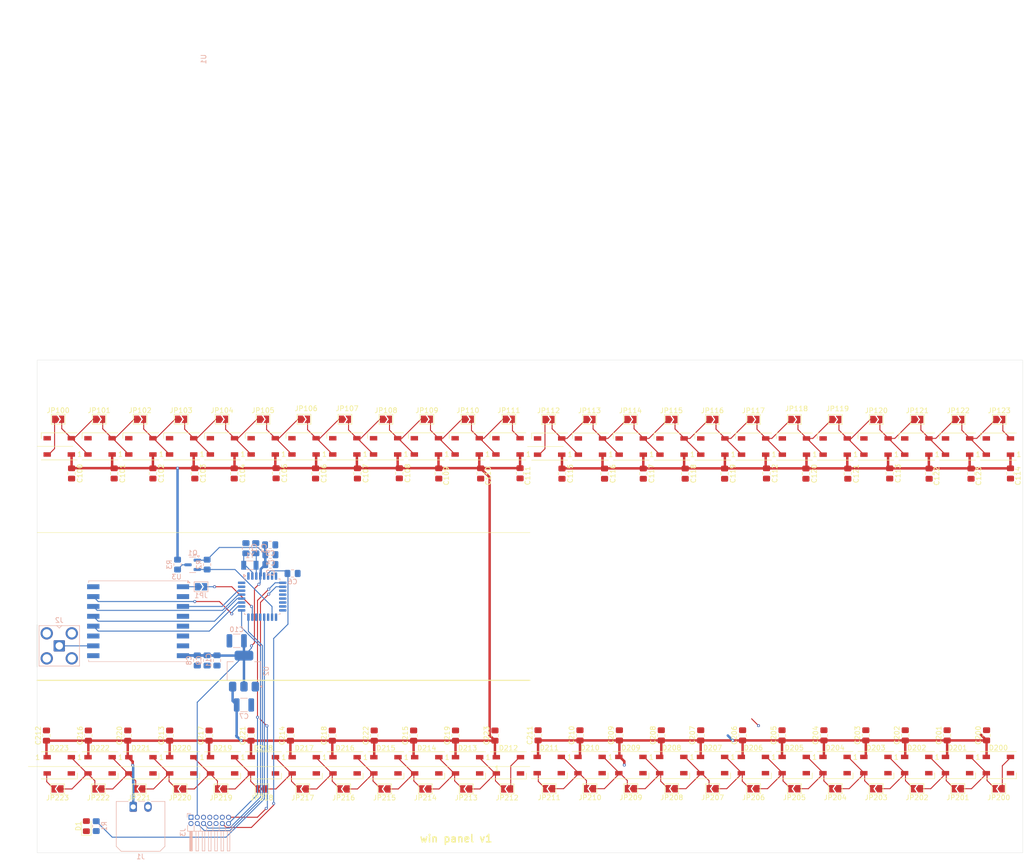
<source format=kicad_pcb>
(kicad_pcb (version 20240108) (generator "pcbnew") (generator_version "8.0")
  (layers (0 "F.Cu" signal) (31 "B.Cu" signal) (34 "B.Paste" user) (35 "F.Paste" user) (36 "B.SilkS" user "B.Silkscreen") (37 "F.SilkS" user "F.Silkscreen") (38 "B.Mask" user) (39 "F.Mask" user) (44 "Edge.Cuts" user))
  (net 0 "")
  (net 1 "+6V")
  (net 2 "Net-(U1-PC14)")
  (net 3 "GND")
  (net 4 "+3V3")
  (net 5 "Net-(U1-PC15)")
  (net 6 "/RST")
  (net 7 "/SWCLK")
  (net 8 "/UART_RX")
  (net 9 "/UART_TX")
  (net 10 "/SWDIO")
  (net 11 "/RFM_RESET")
  (net 12 "Net-(U1-PC6)")
  (net 16 "/RFM_MISO")
  (net 20 "/RFM_SCK")
  (net 21 "Net-(D1-K)")
  (net 22 "/RFM_IRQ")
  (net 30 "/RFM_MOSI")
  (net 32 "/RFM_CS")
  (net 34 "Net-(D100-DOUT)")
  (net 35 "Net-(D101-DOUT)")
  (net 36 "Net-(D102-DOUT)")
  (net 37 "Net-(D103-DOUT)")
  (net 38 "Net-(D104-DOUT)")
  (net 39 "Net-(D105-DOUT)")
  (net 40 "Net-(D106-DOUT)")
  (net 41 "Net-(D107-DOUT)")
  (net 42 "Net-(D108-DOUT)")
  (net 43 "Net-(D109-DOUT)")
  (net 44 "Net-(D110-DOUT)")
  (net 45 "/led_top_left/RGB_IN")
  (net 46 "/led_top_left/RGB_OUT")
  (net 47 "Net-(Q1-S)")
  (net 48 "/led_bot_left/RGB_IN")
  (net 49 "Net-(D212-DOUT)")
  (net 50 "Net-(D213-DOUT)")
  (net 51 "Net-(D214-DOUT)")
  (net 52 "Net-(D215-DOUT)")
  (net 53 "Net-(D216-DOUT)")
  (net 54 "Net-(D217-DOUT)")
  (net 55 "Net-(D218-DOUT)")
  (net 56 "Net-(D219-DOUT)")
  (net 57 "Net-(D220-DOUT)")
  (net 58 "Net-(D221-DOUT)")
  (net 59 "Net-(J2-In)")
  (net 64 "Net-(D222-DOUT)")
  (net 67 "Net-(JP1-A)")
  (net 74 "Net-(D112-DOUT)")
  (net 75 "Net-(D113-DOUT)")
  (net 76 "Net-(D114-DOUT)")
  (net 77 "Net-(D115-DOUT)")
  (net 78 "Net-(D116-DOUT)")
  (net 79 "Net-(D117-DOUT)")
  (net 80 "Net-(D118-DOUT)")
  (net 81 "Net-(D119-DOUT)")
  (net 82 "Net-(D120-DOUT)")
  (net 83 "Net-(D121-DOUT)")
  (net 84 "Net-(D122-DOUT)")
  (net 85 "/led_bot_left/RGB_OUT")
  (net 86 "/led_bot_right/RGB_IN")
  (net 87 "Net-(D200-DOUT)")
  (net 88 "Net-(D201-DOUT)")
  (net 89 "Net-(D202-DOUT)")
  (net 90 "Net-(D203-DOUT)")
  (net 91 "Net-(D204-DOUT)")
  (net 92 "Net-(D205-DOUT)")
  (net 93 "Net-(D206-DOUT)")
  (net 94 "Net-(D207-DOUT)")
  (net 95 "Net-(D208-DOUT)")
  (net 96 "Net-(D209-DOUT)")
  (net 97 "Net-(D210-DOUT)")
  (footprint "Capacitor_SMD:C_0805_2012Metric_Pad1.18x1.45mm_HandSolder" (layer "F.Cu") (at 137.4 120.7125 90)
    (property "Reference" "C215")
    (property "Value" "100nF")
  )
  (footprint "LED_SMD:LED_WS2812B_PLCC4_5.0x5.0mm_P3.2mm" (layer "F.Cu") (at 106.88636 62 180)
    (property "Reference" "D105" (hide yes))
    (property "Value" "WS2812B" (hide yes))
  )
  (footprint "LED_SMD:LED_WS2812B_PLCC4_5.0x5.0mm_P3.2mm" (layer "F.Cu") (at 189.77173 126.7)
    (property "Reference" "D208")
    (property "Value" "WS2812B")
  )
  (footprint "LED_SMD:LED_WS2812B_PLCC4_5.0x5.0mm_P3.2mm" (layer "F.Cu") (at 115.163632 62 180)
    (property "Reference" "D106" (hide yes))
    (property "Value" "WS2812B" (hide yes))
  )
  (footprint "Jumper:SolderJumper-2_P1.3mm_Open_TrianglePad1.0x1.5mm" (layer "F.Cu") (at 90.215908 56.5)
    (property "Reference" "JP103")
    (property "Value" "SolderJumper_2_Open" (hide yes))
  )
  (footprint "LED_SMD:LED_WS2812B_PLCC4_5.0x5.0mm_P3.2mm" (layer "F.Cu") (at 73.784782 126.75)
    (property "Reference" "D222")
    (property "Value" "WS2812B")
  )
  (footprint "Jumper:SolderJumper-2_P1.3mm_Open_TrianglePad1.0x1.5mm" (layer "F.Cu") (at 214.659086 131.5 180)
    (property "Reference" "JP205")
    (property "Value" "SolderJumper_2_Open" (hide yes))
  )
  (footprint "MountingHole:MountingHole_3.2mm_M3" (layer "F.Cu") (at 157.5 48)
    (property "Reference" "H1" (hide yes))
    (property "Value" "MountingHole" (hide yes))
  )
  (footprint "LED_SMD:LED_WS2812B_PLCC4_5.0x5.0mm_P3.2mm" (layer "F.Cu") (at 90.354346 126.75)
    (property "Reference" "D220")
    (property "Value" "WS2812B")
  )
  (footprint "Capacitor_SMD:C_0805_2012Metric_Pad1.18x1.45mm_HandSolder" (layer "F.Cu") (at 225.5 67.5375 -90)
    (property "Reference" "C121")
    (property "Value" "100nF")
  )
  (footprint "Jumper:SolderJumper-2_P1.3mm_Open_TrianglePad1.0x1.5mm" (layer "F.Cu") (at 106.615905 131.55 180)
    (property "Reference" "JP218")
    (property "Value" "SolderJumper_2_Open")
  )
  (footprint "LED_SMD:LED_WS2812B_PLCC4_5.0x5.0mm_P3.2mm" (layer "F.Cu") (at 98.639128 126.75)
    (property "Reference" "D219")
    (property "Value" "WS2812B")
  )
  (footprint "Capacitor_SMD:C_0805_2012Metric_Pad1.18x1.45mm_HandSolder" (layer "F.Cu") (at 101 67.5 -90)
    (property "Reference" "C104")
    (property "Value" "100nF")
  )
  (footprint "Capacitor_SMD:C_0805_2012Metric_Pad1.18x1.45mm_HandSolder" (layer "F.Cu") (at 220.65 120.6625 90)
    (property "Reference" "C204")
    (property "Value" "100nF")
  )
  (footprint "LED_SMD:LED_0805_2012Metric_Pad1.15x1.40mm_HandSolder" (layer "F.Cu") (at 71 139.1 90)
    (property "Reference" "D1")
    (property "Value" "LED")
  )
  (footprint "Capacitor_SMD:C_0805_2012Metric_Pad1.18x1.45mm_HandSolder" (layer "F.Cu") (at 192.5 67.5375 -90)
    (property "Reference" "C118")
    (property "Value" "100nF")
  )
  (footprint "LED_SMD:LED_WS2812B_PLCC4_5.0x5.0mm_P3.2mm" (layer "F.Cu") (at 98.609088 62 180)
    (property "Reference" "D104" (hide yes))
    (property "Value" "WS2812B" (hide yes))
  )
  (footprint "Jumper:SolderJumper-2_P1.3mm_Open_TrianglePad1.0x1.5mm" (layer "F.Cu") (at 173.193181 131.5 180)
    (property "Reference" "JP210")
    (property "Value" "SolderJumper_2_Open")
  )
  (footprint "LED_SMD:LED_WS2812B_PLCC4_5.0x5.0mm_P3.2mm" (layer "F.Cu") (at 256.05 126.7)
    (property "Reference" "D200")
    (property "Value" "WS2812B")
  )
  (footprint "Capacitor_SMD:C_0805_2012Metric_Pad1.18x1.45mm_HandSolder" (layer "F.Cu") (at 87.9 120.7125 90)
    (property "Reference" "C213")
    (property "Value" "100nF")
  )
  (footprint "Jumper:SolderJumper-2_P1.3mm_Open_TrianglePad1.0x1.5mm" (layer "F.Cu") (at 206.34318 56.5375)
    (property "Reference" "JP117")
    (property "Value" "SolderJumper_2_Open" (hide yes))
  )
  (footprint "Capacitor_SMD:C_0805_2012Metric_Pad1.18x1.45mm_HandSolder" (layer "F.Cu") (at 68 67.5 -90)
    (property "Reference" "C100")
    (property "Value" "100nF")
  )
  (footprint "Jumper:SolderJumper-2_P1.3mm_Open_TrianglePad1.0x1.5mm" (layer "F.Cu") (at 239.538629 131.5 180)
    (property "Reference" "JP202")
    (property "Value" "SolderJumper_2_Open")
  )
  (footprint "Jumper:SolderJumper-2_P1.3mm_Open_TrianglePad1.0x1.5mm" (layer "F.Cu") (at 181.486362 131.5 180)
    (property "Reference" "JP209")
    (property "Value" "SolderJumper_2_Open" (hide yes))
  )
  (footprint "LED_SMD:LED_WS2812B_PLCC4_5.0x5.0mm_P3.2mm" (layer "F.Cu") (at 140.063038 126.75)
    (property "Reference" "D214")
    (property "Value" "WS2812B")
  )
  (footprint "Capacitor_SMD:C_0805_2012Metric_Pad1.18x1.45mm_HandSolder" (layer "F.Cu") (at 104.4 120.7125 90)
    (property "Reference" "C221")
    (property "Value" "100nF")
  )
  (footprint "Jumper:SolderJumper-2_P1.3mm_Open_TrianglePad1.0x1.5mm" (layer "F.Cu") (at 173.088636 56.5375)
    (property "Reference" "JP113")
    (property "Value" "SolderJumper_2_Open" (hide yes))
  )
  (footprint "Capacitor_SMD:C_0805_2012Metric_Pad1.18x1.45mm_HandSolder" (layer "F.Cu") (at 117.5 67.5 -90)
    (property "Reference" "C106")
    (property "Value" "100nF")
  )
  (footprint "Jumper:SolderJumper-2_P1.3mm_Open_TrianglePad1.0x1.5mm" (layer "F.Cu") (at 231.284088 56.5375)
    (property "Reference" "JP120")
    (property "Value" "SolderJumper_2_Open" (hide yes))
  )
  (footprint "Capacitor_SMD:C_0805_2012Metric_Pad1.18x1.45mm_HandSolder" (layer "F.Cu") (at 250.5 67.5375 -90)
    (property "Reference" "C123")
    (property "Value" "100nF")
  )
  (footprint "LED_SMD:LED_WS2812B_PLCC4_5.0x5.0mm_P3.2mm" (layer "F.Cu") (at 90.331816 62 180)
    (property "Reference" "D103" (hide yes))
    (property "Value" "WS2812B" (hide yes))
  )
  (footprint "Capacitor_SMD:C_0805_2012Metric_Pad1.18x1.45mm_HandSolder" (layer "F.Cu") (at 84.5 67.5 -90)
    (property "Reference" "C102")
    (property "Value" "100nF")
  )
  (footprint "Jumper:SolderJumper-2_P1.3mm_Open_TrianglePad1.0x1.5mm" (layer "F.Cu") (at 106.84318 56.5)
    (property "Reference" "JP105")
    (property "Value" "SolderJumper_2_Open" (hide yes))
  )
  (footprint "Jumper:SolderJumper-2_P1.3mm_Open_TrianglePad1.0x1.5mm" (layer "F.Cu") (at 256.225 56.5375)
    (property "Reference" "JP123")
    (property "Value" "SolderJumper_2_Open" (hide yes))
  )
  (footprint "Jumper:SolderJumper-2_P1.3mm_Open_TrianglePad1.0x1.5mm" (layer "F.Cu") (at 148.08181 131.55 180)
    (property "Reference" "JP213")
    (property "Value" "SolderJumper_2_Open")
  )
  (footprint "LED_SMD:LED_WS2812B_PLCC4_5.0x5.0mm_P3.2mm" (layer "F.Cu") (at 214.663632 62.0375 180)
    (property "Reference" "D118" (hide yes))
    (property "Value" "WS2812B" (hide yes))
  )
  (footprint "Jumper:SolderJumper-2_P1.3mm_Open_TrianglePad1.0x1.5mm" (layer "F.Cu") (at 114.909086 131.55 180)
    (property "Reference" "JP217")
    (property "Value" "SolderJumper_2_Open" (hide yes))
  )
  (footprint "Jumper:SolderJumper-2_P1.3mm_Open_TrianglePad1.0x1.5mm" (layer "F.Cu") (at 73.588636 56.5)
    (property "Reference" "JP101")
    (property "Value" "SolderJumper_2_Open" (hide yes))
  )
  (footprint "LED_SMD:LED_WS2812B_PLCC4_5.0x5.0mm_P3.2mm" (layer "F.Cu") (at 131.718176 62 180)
    (property "Reference" "D108" (hide yes))
    (property "Value" "WS2812B" (hide yes))
  )
  (footprint "LED_SMD:LED_WS2812B_PLCC4_5.0x5.0mm_P3.2mm" (layer "F.Cu") (at 181.554544 62.0375 180)
    (property "Reference" "D114" (hide yes))
    (property "Value" "WS2812B" (hide yes))
  )
  (footprint "Capacitor_SMD:C_0805_2012Metric_Pad1.18x1.45mm_HandSolder" (layer "F.Cu") (at 129.4 120.7125 90)
    (property "Reference" "C222")
    (property "Value" "100nF")
  )
  (footprint "LED_SMD:LED_WS2812B_PLCC4_5.0x5.0mm_P3.2mm" (layer "F.Cu") (at 231.19564 126.7)
    (property "Reference" "D203")
    (property "Value" "WS2812B")
  )
  (footprint "Jumper:SolderJumper-2_P1.3mm_Open_TrianglePad1.0x1.5mm" (layer "F.Cu") (at 189.715908 56.5375)
    (property "Reference" "JP115")
    (property "Value" "SolderJumper_2_Open" (hide yes))
  )
  (footprint "Jumper:SolderJumper-2_P1.3mm_Open_TrianglePad1.0x1.5mm" (layer "F.Cu") (at 131.784088 56.5)
    (property "Reference" "JP108")
    (property "Value" "SolderJumper_2_Open" (hide yes))
  )
  (footprint "LED_SMD:LED_WS2812B_PLCC4_5.0x5.0mm_P3.2mm" (layer "F.Cu") (at 156.632602 126.75)
    (property "Reference" "D212")
    (property "Value" "WS2812B")
  )
  (footprint "Jumper:SolderJumper-2_P1.3mm_Open_TrianglePad1.0x1.5mm" (layer "F.Cu") (at 81.736362 131.55 180)
    (property "Reference" "JP221")
    (property "Value" "SolderJumper_2_Open" (hide yes))
  )
  (footprint "Capacitor_SMD:C_0805_2012Metric_Pad1.18x1.45mm_HandSolder" (layer "F.Cu") (at 229.15 120.6625 90)
    (property "Reference" "C203")
    (property "Value" "100nF")
  )
  (footprint "Capacitor_SMD:C_0805_2012Metric_Pad1.18x1.45mm_HandSolder" (layer "F.Cu") (at 171.15 120.6625 90)
    (property "Reference" "C210")
    (property "Value" "100nF")
  )
  (footprint "Jumper:SolderJumper-2_P1.3mm_Open_TrianglePad1.0x1.5mm" (layer "F.Cu") (at 164.9 131.5 180)
    (property "Reference" "JP211")
    (property "Value" "SolderJumper_2_Open")
  )
  (footprint "LED_SMD:LED_WS2812B_PLCC4_5.0x5.0mm_P3.2mm" (layer "F.Cu") (at 148.27272 62 180)
    (property "Reference" "D110" (hide yes))
    (property "Value" "WS2812B" (hide yes))
  )
  (footprint "LED_SMD:LED_WS2812B_PLCC4_5.0x5.0mm_P3.2mm" (layer "F.Cu") (at 206.341294 126.7)
    (property "Reference" "D206")
    (property "Value" "WS2812B")
  )
  (footprint "Jumper:SolderJumper-2_P1.3mm_Open_TrianglePad1.0x1.5mm" (layer "F.Cu") (at 247.91136 56.5375)
    (property "Reference" "JP122")
    (property "Value" "SolderJumper_2_Open" (hide yes))
  )
  (footprint "Capacitor_SMD:C_0805_2012Metric_Pad1.18x1.45mm_HandSolder" (layer "F.Cu") (at 62.9 120.7125 90)
    (property "Reference" "C212")
    (property "Value" "100nF")
  )
  (footprint "Jumper:SolderJumper-2_P1.3mm_Open_TrianglePad1.0x1.5mm" (layer "F.Cu") (at 156.375 131.55 180)
    (property "Reference" "JP212")
    (property "Value" "SolderJumper_2_Open" (hide yes))
  )
  (footprint "LED_SMD:LED_WS2812B_PLCC4_5.0x5.0mm_P3.2mm" (layer "F.Cu") (at 106.92391 126.75)
    (property "Reference" "D218")
    (property "Value" "WS2812B")
  )
  (footprint "Jumper:SolderJumper-2_P1.3mm_Open_TrianglePad1.0x1.5mm" (layer "F.Cu") (at 189.779543 131.5 180)
    (property "Reference" "JP208")
    (property "Value" "SolderJumper_2_Open" (hide yes))
  )
  (footprint "Jumper:SolderJumper-2_P1.3mm_Open_TrianglePad1.0x1.5mm" (layer "F.Cu") (at 181.402272 56.5375)
    (property "Reference" "JP114")
    (property "Value" "SolderJumper_2_Open" (hide yes))
  )
  (footprint "Capacitor_SMD:C_0805_2012Metric_Pad1.18x1.45mm_HandSolder" (layer "F.Cu") (at 167.5 67.5375 -90)
    (property "Reference" "C115")
    (property "Value" "100nF")
  )
  (footprint "Capacitor_SMD:C_0805_2012Metric_Pad1.18x1.45mm_HandSolder" (layer "F.Cu") (at 112.4 120.7125 90)
    (property "Reference" "C214")
    (property "Value" "100nF")
  )
  (footprint "Jumper:SolderJumper-2_P1.3mm_Open_TrianglePad1.0x1.5mm" (layer "F.Cu") (at 90.029543 131.55 180)
    (property "Reference" "JP220")
    (property "Value" "SolderJumper_2_Open" (hide yes))
  )
  (footprint "Capacitor_SMD:C_0805_2012Metric_Pad1.18x1.45mm_HandSolder" (layer "F.Cu") (at 76.6375 67.5 -90)
    (property "Reference" "C101")
    (property "Value" "100nF")
  )
  (footprint "LED_SMD:LED_WS2812B_PLCC4_5.0x5.0mm_P3.2mm" (layer "F.Cu") (at 82.054544 62 180)
    (property "Reference" "D102" (hide yes))
    (property "Value" "WS2812B" (hide yes))
  )
  (footprint "MountingHole:MountingHole_3.2mm_M3" (layer "F.Cu") (at 64.5 141)
    (property "Reference" "H4" (hide yes))
    (property "Value" "MountingHole" (hide yes))
  )
  (footprint "Jumper:SolderJumper-2_P1.3mm_Open_TrianglePad1.0x1.5mm" (layer "F.Cu") (at 123.470452 56.5)
    (property "Reference" "JP107")
    (property "Value" "SolderJumper_2_Open" (hide yes))
  )
  (footprint "LED_SMD:LED_WS2812B_PLCC4_5.0x5.0mm_P3.2mm" (layer "F.Cu") (at 115.208692 126.75)
    (property "Reference" "D217")
    (property "Value" "WS2812B")
  )
  (footprint "LED_SMD:LED_WS2812B_PLCC4_5.0x5.0mm_P3.2mm" (layer "F.Cu") (at 198.109088 62.0375 180)
    (property "Reference" "D116" (hide yes))
    (property "Value" "WS2812B" (hide yes))
  )
  (footprint "Capacitor_SMD:C_0805_2012Metric_Pad1.18x1.45mm_HandSolder" (layer "F.Cu") (at 79.4 120.7125 90)
    (property "Reference" "C220")
    (property "Value" "100nF")
  )
  (footprint "Capacitor_SMD:C_0805_2012Metric_Pad1.18x1.45mm_HandSolder" (layer "F.Cu") (at 187.65 120.6625 90)
    (property "Reference" "C208")
    (property "Value" "100nF")
  )
  (footprint "Capacitor_SMD:C_0805_2012Metric_Pad1.18x1.45mm_HandSolder" (layer "F.Cu") (at 153.9 120.7125 90)
    (property "Reference" "C223")
    (property "Value" "100nF")
  )
  (footprint "Jumper:SolderJumper-2_P1.3mm_Open_TrianglePad1.0x1.5mm" (layer "F.Cu") (at 65.275 56.5)
    (property "Reference" "JP100")
    (property "Value" "SolderJumper_2_Open" (hide yes))
  )
  (footprint "Jumper:SolderJumper-2_P1.3mm_Open_TrianglePad1.0x1.5mm" (layer "F.Cu") (at 198.029544 56.5375)
    (property "Reference" "JP116")
    (property "Value" "SolderJumper_2_Open" (hide yes))
  )
  (footprint "Capacitor_SMD:C_0805_2012Metric_Pad1.18x1.45mm_HandSolder" (layer "F.Cu") (at 212.15 120.6625 90)
    (property "Reference" "C205")
    (property "Value" "100nF")
  )
  (footprint "Capacitor_SMD:C_0805_2012Metric_Pad1.18x1.45mm_HandSolder" (layer "F.Cu") (at 237.15 120.6625 90)
    (property "Reference" "C202")
    (property "Value" "100nF")
  )
  (footprint "LED_SMD:LED_WS2812B_PLCC4_5.0x5.0mm_P3.2mm" (layer "F.Cu") (at 256.05 62.0375 180)
    (property "Reference" "D123" (hide yes))
    (property "Value" "WS2812B" (hide yes))
  )
  (footprint "Jumper:SolderJumper-2_P1.3mm_Open_TrianglePad1.0x1.5mm" (layer "F.Cu") (at 247.83181 131.5 180)
    (property "Reference" "JP201")
    (property "Value" "SolderJumper_2_Open")
  )
  (footprint "Jumper:SolderJumper-2_P1.3mm_Open_TrianglePad1.0x1.5mm" (layer "F.Cu") (at 98.322724 131.55 180)
    (property "Reference" "JP219")
    (property "Value" "SolderJumper_2_Open")
  )
  (footprint "Capacitor_SMD:C_0805_2012Metric_Pad1.18x1.45mm_HandSolder" (layer "F.Cu") (at 126 67.5 -90)
    (property "Reference" "C107")
    (property "Value" "100nF")
  )
  (footprint "Capacitor_SMD:C_0805_2012Metric_Pad1.18x1.45mm_HandSolder" (layer "F.Cu") (at 217 67.5375 -90)
    (property "Reference" "C120")
    (property "Value" "100nF")
  )
  (footprint "LED_SMD:LED_WS2812B_PLCC4_5.0x5.0mm_P3.2mm" (layer "F.Cu") (at 173.202166 126.7)
    (property "Reference" "D210")
    (property "Value" "WS2812B")
  )
  (footprint "Jumper:SolderJumper-2_P1.3mm_Open_TrianglePad1.0x1.5mm" (layer "F.Cu") (at 123.202267 131.55 180)
    (property "Reference" "JP216")
    (property "Value" "SolderJumper_2_Open" (hide yes))
  )
  (footprint "Capacitor_SMD:C_0805_2012Metric_Pad1.18x1.45mm_HandSolder" (layer "F.Cu") (at 151 67.5 -90)
    (property "Reference" "C110")
    (property "Value" "100nF")
  )
  (footprint "LED_SMD:LED_WS2812B_PLCC4_5.0x5.0mm_P3.2mm" (layer "F.Cu") (at 82.069564 126.75)
    (property "Reference" "D221")
    (property "Value" "WS2812B")
  )
  (footprint "Capacitor_SMD:C_0805_2012Metric_Pad1.18x1.45mm_HandSolder" (layer "F.Cu") (at 71.4 120.7125 90)
    (property "Reference" "C216")
    (property "Value" "100nF")
  )
  (footprint "LED_SMD:LED_WS2812B_PLCC4_5.0x5.0mm_P3.2mm" (layer "F.Cu") (at 65.5 126.75)
    (property "Reference" "D223")
    (property "Value" "WS2812B")
  )
  (footprint "Jumper:SolderJumper-2_P1.3mm_Open_TrianglePad1.0x1.5mm" (layer "F.Cu") (at 131.495448 131.55 180)
    (property "Reference" "JP215")
    (property "Value" "SolderJumper_2_Open")
  )
  (footprint "LED_SMD:LED_WS2812B_PLCC4_5.0x5.0mm_P3.2mm" (layer "F.Cu") (at 148.34782 126.75)
    (property "Reference" "D213")
    (property "Value" "WS2812B")
  )
  (footprint "Jumper:SolderJumper-2_P1.3mm_Open_TrianglePad1.0x1.5mm" (layer "F.Cu") (at 156.725 56.5)
    (property "Reference" "JP111")
    (property "Value" "SolderJumper_2_Open" (hide yes))
  )
  (footprint "LED_SMD:LED_WS2812B_PLCC4_5.0x5.0mm_P3.2mm" (layer "F.Cu") (at 181.486948 126.7)
    (property "Reference" "D209")
    (property "Value" "WS2812B")
  )
  (footprint "LED_SMD:LED_WS2812B_PLCC4_5.0x5.0mm_P3.2mm" (layer "F.Cu") (at 222.910858 126.7)
    (property "Reference" "D204")
    (property "Value" "WS2812B")
  )
  (footprint "Jumper:SolderJumper-2_P1.3mm_Open_TrianglePad1.0x1.5mm" (layer "F.Cu") (at 256.125 131.5 180)
    (property "Reference" "JP200")
    (property "Value" "SolderJumper_2_Open" (hide yes))
  )
  (footprint "Capacitor_SMD:C_0805_2012Metric_Pad1.18x1.45mm_HandSolder" (layer "F.Cu") (at 120.9 120.7125 90)
    (property "Reference" "C218")
    (property "Value" "100nF")
  )
  (footprint "Jumper:SolderJumper-2_P1.3mm_Open_TrianglePad1.0x1.5mm" (layer "F.Cu") (at 81.902272 56.5)
    (property "Reference" "JP102")
    (property "Value" "SolderJumper_2_Open" (hide yes))
  )
  (footprint "LED_SMD:LED_WS2812B_PLCC4_5.0x5.0mm_P3.2mm" (layer "F.Cu") (at 231.218176 62.0375 180)
    (property "Reference" "D120" (hide yes))
    (property "Value" "WS2812B" (hide yes))
  )
  (footprint "LED_SMD:LED_WS2812B_PLCC4_5.0x5.0mm_P3.2mm" (layer "F.Cu") (at 214.626076 126.7)
    (property "Reference" "D205")
    (property "Value" "WS2812B")
  )
  (footprint "Capacitor_SMD:C_0805_2012Metric_Pad1.18x1.45mm_HandSolder" (layer "F.Cu") (at 93 67.5 -90)
    (property "Reference" "C103")
    (property "Value" "100nF")
  )
  (footprint "LED_SMD:LED_WS2812B_PLCC4_5.0x5.0mm_P3.2mm" (layer "F.Cu") (at 65.5 62 180)
    (property "Reference" "D100" (hide yes))
    (property "Value" "WS2812B" (hide yes))
  )
  (footprint "LED_SMD:LED_WS2812B_PLCC4_5.0x5.0mm_P3.2mm" (layer "F.Cu") (at 222.940904 62.0375 180)
    (property "Reference" "D119" (hide yes))
    (property "Value" "WS2812B" (hide yes))
  )
  (footprint "Capacitor_SMD:C_0805_2012Metric_Pad1.18x1.45mm_HandSolder" (layer "F.Cu") (at 245.65 120.6625 90)
    (property "Reference" "C201")
    (property "Value" "100nF")
  )
  (footprint "Jumper:SolderJumper-2_P1.3mm_Open_TrianglePad1.0x1.5mm" (layer "F.Cu") (at 115.156816 56.5)
    (property "Reference" "JP106")
    (property "Value" "SolderJumper_2_Open" (hide yes))
  )
  (footprint "Jumper:SolderJumper-2_P1.3mm_Open_TrianglePad1.0x1.5mm" (layer "F.Cu") (at 222.952267 131.5 180)
    (property "Reference" "JP204")
    (property "Value" "SolderJumper_2_Open" (hide yes))
  )
  (footprint "Jumper:SolderJumper-2_P1.3mm_Open_TrianglePad1.0x1.5mm" (layer "F.Cu") (at 222.970452 56.5375)
    (property "Reference" "JP119")
    (property "Value" "SolderJumper_2_Open" (hide yes))
  )
  (footprint "LED_SMD:LED_WS2812B_PLCC4_5.0x5.0mm_P3.2mm" (layer "F.Cu") (at 131.778256 126.75)
    (property "Reference" "D215")
    (property "Value" "WS2812B")
  )
  (footprint "Jumper:SolderJumper-2_P1.3mm_Open_TrianglePad1.0x1.5mm" (layer "F.Cu") (at 73.443181 131.55 180)
    (property "Reference" "JP222")
    (property "Value" "SolderJumper_2_Open")
  )
  (footprint "Capacitor_SMD:C_0805_2012Metric_Pad1.18x1.45mm_HandSolder" (layer "F.Cu") (at 195.65 120.6625 90)
    (property "Reference" "C207")
    (property "Value" "100nF")
  )
  (footprint "Capacitor_SMD:C_0805_2012Metric_Pad1.18x1.45mm_HandSolder" (layer "F.Cu") (at 204.15 120.6625 90)
    (property "Reference" "C206")
    (property "Value" "100nF")
  )
  (footprint "LED_SMD:LED_WS2812B_PLCC4_5.0x5.0mm_P3.2mm" (layer "F.Cu") (at 165 62.0375 180)
    (property "Reference" "D112" (hide yes))
    (property "Value" "WS2812B" (hide yes))
  )
  (footprint "Capacitor_SMD:C_0805_2012Metric_Pad1.18x1.45mm_HandSolder" (layer "F.Cu") (at 179.15 120.6625 90)
    (property "Reference" "C209")
    (property "Value" "100nF")
  )
  (footprint "LED_SMD:LED_WS2812B_PLCC4_5.0x5.0mm_P3.2mm" (layer "F.Cu") (at 173.277272 62.0375 180)
    (property "Reference" "D113" (hide yes))
    (property "Value" "WS2812B" (hide yes))
  )
  (footprint "Capacitor_SMD:C_0805_2012Metric_Pad1.18x1.45mm_HandSolder" (layer "F.Cu") (at 95.9 120.7125 90)
    (property "Reference" "C217")
    (property "Value" "100nF")
  )
  (footprint "Jumper:SolderJumper-2_P1.3mm_Open_TrianglePad1.0x1.5mm" (layer "F.Cu") (at 198.072724 131.5 180)
    (property "Reference" "JP207")
    (property "Value" "SolderJumper_2_Open")
  )
  (footprint "Capacitor_SMD:C_0805_2012Metric_Pad1.18x1.45mm_HandSolder" (layer "F.Cu") (at 159 67.4625 -90)
    (property "Reference" "C111")
    (property "Value" "100nF")
  )
  (footprint "Capacitor_SMD:C_0805_2012Metric_Pad1.18x1.45mm_HandSolder" (layer "F.Cu") (at 142.5 67.5 -90)
    (property "Reference" "C109")
    (property "Value" "100nF")
  )
  (footprint "LED_SMD:LED_WS2812B_PLCC4_5.0x5.0mm_P3.2mm" (layer "F.Cu") (at 123.440904 62 180)
    (property "Reference" "D107" (hide yes))
    (property "Value" "WS2812B" (hide yes))
  )
  (footprint "LED_SMD:LED_WS2812B_PLCC4_5.0x5.0mm_P3.2mm" (layer "F.Cu") (at 139.995448 62 180)
    (property "Reference" "D109" (hide yes))
    (property "Value" "WS2812B" (hide yes))
  )
  (footprint "MountingHole:MountingHole_3.2mm_M3" (layer "F.Cu") (at 64.5 48)
    (property "Reference" "H2" (hide yes))
    (property "Value" "MountingHole" (hide yes))
  )
  (footprint "Capacitor_SMD:C_0805_2012Metric_Pad1.18x1.45mm_HandSolder" (layer "F.Cu") (at 134.5 67.4625 -90)
    (property "Reference" "C108")
    (property "Value" "100nF")
  )
  (footprint "Jumper:SolderJumper-2_P1.3mm_Open_TrianglePad1.0x1.5mm" (layer "F.Cu") (at 98.529544 56.5)
    (property "Reference" "JP104")
    (property "Value" "SolderJumper_2_Open" (hide yes))
  )
  (footprint "Capacitor_SMD:C_0805_2012Metric_Pad1.18x1.45mm_HandSolder" (layer "F.Cu") (at 258.5 67.5 -90)
    (property "Reference" "C114")
    (property "Value" "100nF")
  )
  (footprint "LED_SMD:LED_WS2812B_PLCC4_5.0x5.0mm_P3.2mm" (layer "F.Cu") (at 247.77272 62.0375 180)
    (property "Reference" "D122" (hide yes))
    (property "Value" "WS2812B" (hide yes))
  )
  (footprint "Capacitor_SMD:C_0805_2012Metric_Pad1.18x1.45mm_HandSolder" (layer "F.Cu") (at 200.5 67.5375 -90)
    (property "Reference" "C119")
    (property "Value" "100nF")
  )
  (footprint "Jumper:SolderJumper-2_P1.3mm_Open_TrianglePad1.0x1.5mm" (layer "F.Cu") (at 140.097724 56.5)
    (property "Reference" "JP109")
    (property "Value" "SolderJumper_2_Open" (hide yes))
  )
  (footprint "Jumper:SolderJumper-2_P1.3mm_Open_TrianglePad1.0x1.5mm" (layer "F.Cu") (at 231.245448 131.5 180)
    (property "Reference" "JP203")
    (property "Value" "SolderJumper_2_Open")
  )
  (footprint "LED_SMD:LED_WS2812B_PLCC4_5.0x5.0mm_P3.2mm" (layer "F.Cu") (at 189.831816 62.0375 180)
    (property "Reference" "D115" (hide yes))
    (property "Value" "WS2812B" (hide yes))
  )
  (footprint "Capacitor_SMD:C_0805_2012Metric_Pad1.18x1.45mm_HandSolder" (layer "F.Cu") (at 242 67.5375 -90)
    (property "Reference" "C122")
    (property "Value" "100nF")
  )
  (footprint "Capacitor_SMD:C_0805_2012Metric_Pad1.18x1.45mm_HandSolder" (layer "F.Cu") (at 184 67.5375 -90)
    (property "Reference" "C117")
    (property "Value" "100nF")
  )
  (footprint "Jumper:SolderJumper-2_P1.3mm_Open_TrianglePad1.0x1.5mm" (layer "F.Cu") (at 239.597724 56.5375)
    (property "Reference" "JP121")
    (property "Value" "SolderJumper_2_Open" (hide yes))
  )
  (footprint "LED_SMD:LED_WS2812B_PLCC4_5.0x5.0mm_P3.2mm" (layer "F.Cu") (at 239.480422 126.7)
    (property "Reference" "D202")
    (property "Value" "WS2812B")
  )
  (footprint "Jumper:SolderJumper-2_P1.3mm_Open_TrianglePad1.0x1.5mm" (layer "F.Cu") (at 65.15 131.55 180)
    (property "Reference" "JP223")
    (property "Value" "SolderJumper_2_Open")
  )
  (footprint "LED_SMD:LED_WS2812B_PLCC4_5.0x5.0mm_P3.2mm" (layer "F.Cu") (at 164.917384 126.7)
    (property "Reference" "D211")
    (property "Value" "WS2812B")
  )
  (footprint "Capacitor_SMD:C_0805_2012Metric_Pad1.18x1.45mm_HandSolder" (layer "F.Cu") (at 253.65 120.6625 90)
    (property "Reference" "C200")
    (property "Value" "100nF")
  )
  (footprint "Capacitor_SMD:C_0805_2012Metric_Pad1.18x1.45mm_HandSolder" (layer "F.Cu") (at 145.9 120.7125 90)
    (property "Reference" "C219")
    (property "Value" "100nF")
  )
  (footprint "Jumper:SolderJumper-2_P1.3mm_Open_TrianglePad1.0x1.5mm" (layer "F.Cu") (at 148.41136 56.5)
    (property "Reference" "JP110")
    (property "Value" "SolderJumper_2_Open" (hide yes))
  )
  (footprint "Jumper:SolderJumper-2_P1.3mm_Open_TrianglePad1.0x1.5mm" (layer "F.Cu") (at 164.775 56.5375)
    (property "Reference" "JP112")
    (property "Value" "SolderJumper_2_Open" (hide yes))
  )
  (footprint "LED_SMD:LED_WS2812B_PLCC4_5.0x5.0mm_P3.2mm" (layer "F.Cu") (at 198.056512 126.7)
    (property "Reference" "D207")
    (property "Value" "WS2812B")
  )
  (footprint "MountingHole:MountingHole_3.2mm_M3" (layer "F.Cu") (at 157.5 141)
    (property "Reference" "H3" (hide yes))
    (property "Value" "MountingHole" (hide yes))
  )
  (footprint "Capacitor_SMD:C_0805_2012Metric_Pad1.18x1.45mm_HandSolder" (layer "F.Cu") (at 162.65 120.6625 90)
    (property "Reference" "C211")
    (property "Value" "100nF")
  )
  (footprint "LED_SMD:LED_WS2812B_PLCC4_5.0x5.0mm_P3.2mm" (layer "F.Cu") (at 206.38636 62.0375 180)
    (property "Reference" "D117" (hide yes))
    (property "Value" "WS2812B" (hide yes))
  )
  (footprint "LED_SMD:LED_WS2812B_PLCC4_5.0x5.0mm_P3.2mm" (layer "F.Cu") (at 239.495448 62.0375 180)
    (property "Reference" "D121" (hide yes))
    (property "Value" "WS2812B" (hide yes))
  )
  (footprint "Jumper:SolderJumper-2_P1.3mm_Open_TrianglePad1.0x1.5mm" (layer "F.Cu") (at 139.788629 131.55 180)
    (property "Reference" "JP214")
    (property "Value" "SolderJumper_2_Open")
  )
  (footprint "Jumper:SolderJumper-2_P1.3mm_Open_TrianglePad1.0x1.5mm" (layer "F.Cu") (at 206.365905 131.5 180)
    (property "Reference" "JP206")
    (property "Value" "SolderJumper_2_Open")
  )
  (footprint "LED_SMD:LED_WS2812B_PLCC4_5.0x5.0mm_P3.2mm" (layer "F.Cu") (at 123.493474 126.75)
    (property "Reference" "D216")
    (property "Value" "WS2812B")
  )
  (footprint "Jumper:SolderJumper-2_P1.3mm_Open_TrianglePad1.0x1.5mm" (layer "F.Cu") (at 214.656816 56.5375)
    (property "Reference" "JP118")
    (property "Value" "SolderJumper_2_Open" (hide yes))
  )
  (footprint "LED_SMD:LED_WS2812B_PLCC4_5.0x5.0mm_P3.2mm" (layer "F.Cu") (at 156.55 62 180)
    (property "Reference" "D111" (hide yes))
    (property "Value" "WS2812B" (hide yes))
  )
  (footprint "Capacitor_SMD:C_0805_2012Metric_Pad1.18x1.45mm_HandSolder" (layer "F.Cu") (at 109.5 67.4625 -90)
    (property "Reference" "C105")
    (property "Value" "100nF")
  )
  (footprint "Capacitor_SMD:C_0805_2012Metric_Pad1.18x1.45mm_HandSolder" (layer "F.Cu") (at 234 67.5 -90)
    (property "Reference" "C113")
    (property "Value" "100nF")
  )
  (footprint "LED_SMD:LED_WS2812B_PLCC4_5.0x5.0mm_P3.2mm" (layer "F.Cu") (at 73.777272 62 180)
    (property "Reference" "D101" (hide yes))
    (property "Value" "WS2812B" (hide yes))
  )
  (footprint "Capacitor_SMD:C_0805_2012Metric_Pad1.18x1.45mm_HandSolder" (layer "F.Cu") (at 209 67.5 -90)
    (property "Reference" "C112")
    (property "Value" "100nF")
  )
  (footprint "Capacitor_SMD:C_0805_2012Metric_Pad1.18x1.45mm_HandSolder" (layer "F.Cu") (at 176.1375 67.5375 -90)
    (property "Reference" "C116")
    (property "Value" "100nF")
  )
  (footprint "LED_SMD:LED_WS2812B_PLCC4_5.0x5.0mm_P3.2mm" (layer "F.Cu") (at 247.765204 126.7)
    (property "Reference" "D201")
    (property "Value" "WS2812B")
  )
  (footprint "Capacitor_SMD:C_0805_2012Metric_Pad1.18x1.45mm_HandSolder" (layer "B.Cu") (at 95.5 105.4625 -90)
    (property "Reference" "C9")
    (property "Value" "100nF")
  )
  (footprint "Capacitor_SMD:C_0805_2012Metric_Pad1.18x1.45mm_HandSolder" (layer "B.Cu") (at 112.8375 87.8)
    (property "Reference" "C6")
    (property "Value" "100nF")
  )
  (footprint "Capacitor_SMD:C_1210_3225Metric" (layer "B.Cu") (at 102.975 114.5)
    (property "Reference" "C7")
    (property "Value" "22uF")
  )
  (footprint "Connector_PinHeader_1.27mm:PinHeader_2x07_P1.27mm_Horizontal" (layer "B.Cu") (at 92.23 137.3 -90)
    (property "Reference" "J3")
    (property "Value" "Conn_ST_STDC14")
  )
  (footprint "Package_TO_SOT_SMD:SOT-223-3_TabPin2" (layer "B.Cu") (at 102.975 107.625 90)
    (property "Reference" "U2")
    (property "Value" "AMS1117-3.3")
  )
  (footprint "Capacitor_SMD:C_0805_2012Metric_Pad1.18x1.45mm_HandSolder" (layer "B.Cu") (at 105.375 82.675 90)
    (property "Reference" "C3")
    (property "Value" "5.6pF")
  )
  (footprint "Resistor_SMD:R_0805_2012Metric_Pad1.20x1.40mm_HandSolder" (layer "B.Cu") (at 89.5 86 -90)
    (property "Reference" "R3")
    (property "Value" "10k")
  )
  (footprint "Capacitor_SMD:C_1210_3225Metric" (layer "B.Cu") (at 101.5 101.475 180)
    (property "Reference" "C10")
    (property "Value" "22uF")
  )
  (footprint "Package_TO_SOT_SMD:SOT-23" (layer "B.Cu") (at 92.5625 86.05 180)
    (property "Reference" "Q1")
    (property "Value" "BS170F")
  )
  (footprint "Capacitor_SMD:C_0805_2012Metric_Pad1.18x1.45mm_HandSolder" (layer "B.Cu") (at 93.5 105.4625 -90)
    (property "Reference" "C8")
    (property "Value" "4.7uF")
  )
  (footprint "Capacitor_SMD:C_0805_2012Metric_Pad1.18x1.45mm_HandSolder" (layer "B.Cu") (at 97.5 105.4625 -90)
    (property "Reference" "C11")
    (property "Value" "100nF")
  )
  (footprint "Resistor_SMD:R_0805_2012Metric_Pad1.20x1.40mm_HandSolder" (layer "B.Cu") (at 95.5 86 -90)
    (property "Reference" "R2")
    (property "Value" "10k")
  )
  (footprint "Connector_Coaxial:SMA_Amphenol_901-143_Horizontal" (layer "B.Cu") (at 65.5 102.5 -90)
    (property "Reference" "J2")
    (property "Value" "Conn_Coaxial")
    (fp_line (start -4.3 4.5) (end 4.3 4.5) (stroke (width 0.1)) (layer "Edge.Cuts"))
  )
  (footprint "Capacitor_SMD:C_0805_2012Metric_Pad1.18x1.45mm_HandSolder" (layer "B.Cu") (at 108.3375 86)
    (property "Reference" "C2")
    (property "Value" "4.7uF")
  )
  (footprint "Capacitor_SMD:C_0805_2012Metric_Pad1.18x1.45mm_HandSolder" (layer "B.Cu") (at 108.3 82)
    (property "Reference" "C5")
    (property "Value" "100nF")
  )
  (footprint "Resistor_SMD:R_0805_2012Metric_Pad1.20x1.40mm_HandSolder" (layer "B.Cu") (at 73 139.1 90)
    (property "Reference" "R1")
    (property "Value" "100k")
  )
  (footprint "Connector_Molex:Molex_Micro-Fit_3.0_43650-0200_1x02_P3.00mm_Horizontal" (layer "B.Cu") (at 80.5 135.18)
    (property "Reference" "J1")
    (property "Value" "Barrel_Jack")
  )
  (footprint "Crystal:Crystal_SMD_3215-2Pin_3.2x1.5mm" (layer "B.Cu") (at 104.175 86.1375 180)
    (property "Reference" "Y1")
    (property "Value" "32.768KHz")
  )
  (footprint "Capacitor_SMD:C_0805_2012Metric_Pad1.18x1.45mm_HandSolder" (layer "B.Cu") (at 108.3375 84)
    (property "Reference" "C4")
    (property "Value" "100nF")
  )
  (footprint "RF_Module:HOPERF_RFM69HW" (layer "B.Cu") (at 81.5 97.5 180)
    (property "Reference" "U3")
    (property "Value" "RFM69HW")
  )
  (footprint "Capacitor_SMD:C_0805_2012Metric_Pad1.18x1.45mm_HandSolder" (layer "B.Cu") (at 103.375 82.675 90)
    (property "Reference" "C1")
    (property "Value" "5.6pF")
  )
  (footprint "Jumper:SolderJumper-2_P1.3mm_Open_TrianglePad1.0x1.5mm" (layer "B.Cu") (at 94.275 90.5)
    (property "Reference" "JP1")
    (property "Value" "SolderJumper_2_Bridged" (hide yes))
  )
  (footprint "Package_QFP:LQFP-32_7x7mm_P0.8mm" (layer "B.Cu") (at 106.675 92.5 -90)
    (property "Reference" "U1")
    (property "Value" "STM32G031K8Tx")
  )
  (gr_line (start 61 109.5) (end 161 109.5) (stroke (width 0.2)) (layer "F.SilkS"))
  (gr_line (start 61 79.5) (end 161 79.5) (stroke (width 0.1)) (layer "F.SilkS"))
  (gr_line (start 161 127) (end 59.2 127) (stroke (width 0.1)) (layer "F.SilkS"))
  (gr_line (start 160.5 62.0375) (end 167.8 62.0375) (stroke (width 0.1)) (layer "F.SilkS"))
  (gr_line (start 61 62) (end 68.3 62) (stroke (width 0.1)) (layer "F.SilkS"))
  (gr_rect (start 61 44.5) (end 261 144.5) (stroke (width 0.05)) (fill none) (layer "Edge.Cuts"))
  (gr_text "win panel v1" (at 138.5 142.5 0) (layer "F.SilkS") (effects (font (size 1.5 1.5) (thickness 0.3) (bold yes)) (justify left bottom)))
  (segment (start 184.004544 66.495456) (end 184 66.5) (width 0.5) (layer "F.Cu") (net 1))
  (segment (start 152.825 120.825) (end 152.825 68.2875) (width 0.5) (layer "F.Cu") (net 1))
  (segment (start 84.504544 66.457956) (end 84.5 66.4625) (width 0.5) (layer "F.Cu") (net 1))
  (segment (start 120.9 121.75) (end 120.9 125.090904) (width 0.5) (layer "F.Cu") (net 1))
  (segment (start 102.4 121.75) (end 62.9 121.75) (width 0.5) (layer "F.Cu") (net 1))
  (segment (start 68.0375 66.425) (end 68 66.4625) (width 0.5) (layer "F.Cu") (net 1))
  (segment (start 150.72272 63.65) (end 150.72272 66.18522) (width 0.5) (layer "F.Cu") (net 1))
  (segment (start 167.5 66.5) (end 167.5 63.7375) (width 0.5) (layer "F.Cu") (net 1))
  (segment (start 204.15 121.7) (end 204.15 124.98636) (width 0.5) (layer "F.Cu") (net 1))
  (segment (start 171.15 121.7) (end 171.15 124.877272) (width 0.5) (layer "F.Cu") (net 1))
  (segment (start 175.727272 63.6875) (end 175.727272 66.089772) (width 0.5) (layer "F.Cu") (net 1))
  (segment (start 125.890904 66.353404) (end 126 66.4625) (width 0.5) (layer "F.Cu") (net 1))
  (segment (start 171.15 124.877272) (end 170.977272 125.05) (width 0.5) (layer "F.Cu") (net 1))
  (segment (start 104.4 125.03636) (end 104.33636 125.1) (width 0.5) (layer "F.Cu") (net 1))
  (segment (start 80.4 125.995456) (end 79.504544 125.1) (width 0.5) (layer "F.Cu") (net 1))
  (segment (start 159 63.65) (end 159 66.425) (width 0.5) (layer "F.Cu") (net 1))
  (segment (start 89.5 66.425) (end 68.0375 66.425) (width 0.5) (layer "F.Cu") (net 1))
  (segment (start 245.65 124.87272) (end 245.47272 125.05) (width 0.5) (layer "F.Cu") (net 1))
  (segment (start 92.781816 63.65) (end 92.781816 66.244316) (width 0.5) (layer "F.Cu") (net 1))
  (segment (start 109.33636 66.26136) (end 109.5 66.425) (width 0.5) (layer "F.Cu") (net 1))
  (segment (start 101.059088 63.65) (end 101.059088 66.403412) (width 0.5) (layer "F.Cu") (net 1))
  (segment (start 212.15 124.836368) (end 212.363632 125.05) (width 0.5) (layer "F.Cu") (net 1))
  (segment (start 120.9 125.090904) (end 120.890904 125.1) (width 0.5) (layer "F.Cu") (net 1))
  (segment (start 200.559088 63.6875) (end 200.559088 66.440912) (width 0.5) (layer "F.Cu") (net 1))
  (segment (start 253.65 121.7) (end 253.65 124.95) (width 0.5) (layer "F.Cu") (net 1))
  (segment (start 225.390904 63.6875) (end 225.390904 66.390904) (width 0.5) (layer "F.Cu") (net 1))
  (segment (start 134.168176 66.093176) (end 134.5 66.425) (width 0.5) (layer "F.Cu") (net 1))
  (segment (start 95.9 124.940912) (end 96.059088 125.1) (width 0.5) (layer "F.Cu") (net 1))
  (segment (start 175.727272 66.089772) (end 176.1375 66.5) (width 0.5) (layer "F.Cu") (net 1))
  (segment (start 87.9 124.981816) (end 87.781816 125.1) (width 0.5) (layer "F.Cu") (net 1))
  (segment (start 187.65 121.7) (end 187.65 124.931816) (width 0.5) (layer "F.Cu") (net 1))
  (segment (start 134.168176 63.65) (end 134.168176 66.093176) (width 0.5) (layer "F.Cu") (net 1))
  (segment (start 159 66.425) (end 89.5 66.425) (width 0.5) (layer "F.Cu") (net 1))
  (segment (start 112.4 124.886368) (end 112.613632 125.1) (width 0.5) (layer "F.Cu") (net 1))
  (segment (start 220.65 125.040904) (end 220.640904 125.05) (width 0.5) (layer "F.Cu") (net 1))
  (segment (start 152.825 68.2875) (end 151 66.4625) (width 0.5) (layer "F.Cu") (net 1))
  (segment (start 187.65 124.931816) (end 187.531816 125.05) (width 0.5) (layer "F.Cu") (net 1))
  (segment (start 142.445448 63.65) (end 142.445448 66.407948) (width 0.5) (layer "F.Cu") (net 1))
  (segment (start 167.5 63.7375) (end 167.45 63.6875) (width 0.5) (layer "F.Cu") (net 1))
  (segment (start 153.9 121.75) (end 102.4 121.75) (width 0.5) (layer "F.Cu") (net 1))
  (segment (start 62.9 121.75) (end 62.9 125.05) (width 0.5) (layer "F.Cu") (net 1))
  (segment (start 237.15 125.004552) (end 237.195448 125.05) (width 0.5) (layer "F.Cu") (net 1))
  (segment (start 184.004544 63.6875) (end 184.004544 66.495456) (width 0.5) (layer "F.Cu") (net 1))
  (segment (start 137.4 121.75) (end 137.4 125.054552) (width 0.5) (layer "F.Cu") (net 1))
  (segment (start 153.9 125) (end 154 125.1) (width 0.5) (layer "F.Cu") (net 1))
  (segment (start 167.5375 66.4625) (end 258.5 66.4625) (width 0.5) (layer "F.Cu") (net 1))
  (segment (start 129.4 121.75) (end 129.4 124.868176) (width 0.5) (layer "F.Cu") (net 1))
  (segment (start 95.9 121.75) (end 95.9 124.940912) (width 0.5) (layer "F.Cu") (net 1))
  (segment (start 76.227272 63.65) (end 76.227272 66.052272) (width 0.5) (layer "F.Cu") (net 1))
  (segment (start 202.15 121.7) (end 162.65 121.7) (width 0.5) (layer "F.Cu") (net 1))
  (segment (start 200.559088 66.440912) (end 200.5 66.5) (width 0.5) (layer "F.Cu") (net 1))
  (segment (start 76.227272 66.052272) (end 76.6375 66.4625) (width 0.5) (layer "F.Cu") (net 1))
  (segment (start 250.22272 63.6875) (end 250.22272 66.22272) (width 0.5) (layer "F.Cu") (net 1))
  (segment (start 117.613632 66.348868) (end 117.5 66.4625) (width 0.5) (layer "F.Cu") (net 1))
  (segment (start 150.72272 66.18522) (end 151 66.4625) (width 0.5) (layer "F.Cu") (net 1))
  (segment (start 167.5375 66.4625) (end 167.5 66.5) (width 0.5) (layer "F.Cu") (net 1))
  (segment (start 62.9 125.05) (end 62.95 125.1) (width 0.5) (layer "F.Cu") (net 1))
  (segment (start 117.613632 63.65) (end 117.613632 66.348868) (width 0.5) (layer "F.Cu") (net 1))
  (segment (start 229.15 124.818176) (end 228.918176 125.05) (width 0.5) (layer "F.Cu") (net 1))
  (segment (start 217.113632 66.386368) (end 217 66.5) (width 0.5) (layer "F.Cu") (net 1))
  (segment (start 162.65 121.7) (end 162.65 125) (width 0.5) (layer "F.Cu") (net 1))
  (segment (start 195.65 124.890912) (end 195.809088 125.05) (width 0.5) (layer "F.Cu") (net 1))
  (segment (start 241.945448 66.445448) (end 242 66.5) (width 0.5) (layer "F.Cu") (net 1))
  (segment (start 208.83636 66.29886) (end 209 66.4625) (width 0.5) (layer "F.Cu") (net 1))
  (segment (start 220.65 121.7) (end 220.65 125.040904) (width 0.5) (layer "F.Cu") (net 1))
  (segment (start 237.15 121.7) (end 237.15 125.004552) (width 0.5) (layer "F.Cu") (net 1))
  (segment (start 112.4 121.75) (end 112.4 124.886368) (width 0.5) (layer "F.Cu") (net 1))
  (segment (start 153.9 121.75) (end 152.725 120.575) (width 0.5) (layer "F.Cu") (net 1))
  (segment (start 253.65 121.7) (end 252.475 120.525) (width 0.5) (layer "F.Cu") (net 1))
  (segment (start 180.15 126.7) (end 180.15 125.945456) (width 0.5) (layer "F.Cu") (net 1))
  (segment (start 109.33636 63.65) (end 109.33636 66.26136) (width 0.5) (layer "F.Cu") (net 1))
  (segment (start 125.890904 63.65) (end 125.890904 66.353404) (width 0.5) (layer "F.Cu") (net 1))
  (segment (start 71.4 124.927272) (end 71.227272 125.1) (width 0.5) (layer "F.Cu") (net 1))
  (segment (start 204.15 124.98636) (end 204.08636 125.05) (width 0.5) (layer "F.Cu") (net 1))
  (segment (start 142.445448 66.407948) (end 142.5 66.4625) (width 0.5) (layer "F.Cu") (net 1))
  (segment (start 137.4 125.054552) (end 137.445448 125.1) (width 0.5) (layer "F.Cu") (net 1))
  (segment (start 145.9 124.92272) (end 145.72272 125.1) (width 0.5) (layer "F.Cu") (net 1))
  (segment (start 101.059088 66.403412) (end 101 66.4625) (width 0.5) (layer "F.Cu") (net 1))
  (segment (start 104.4 121.75) (end 104.4 125.03636) (width 0.5) (layer "F.Cu") (net 1))
  (segment (start 245.65 121.7) (end 245.65 124.87272) (width 0.5) (layer "F.Cu") (net 1))
  (segment (start 71.4 121.75) (end 71.4 124.927272) (width 0.5) (layer "F.Cu") (net 1))
  (segment (start 68 66.4625) (end 68 63.7) (width 0.5) (layer "F.Cu") (net 1))
  (segment (start 229.15 121.7) (end 229.15 124.818176) (width 0.5) (layer "F.Cu") (net 1))
  (segment (start 162.65 125) (end 162.7 125.05) (width 0.5) (layer "F.Cu") (net 1))
  (segment (start 233.668176 66.130676) (end 234 66.4625) (width 0.5) (layer "F.Cu") (net 1))
  (segment (start 258.5 63.6875) (end 258.5 66.4625) (width 0.5) (layer "F.Cu") (net 1))
  (segment (start 253.65 121.7) (end 202.15 121.7) (width 0.5) (layer "F.Cu") (net 1))
  (segment (start 233.668176 63.6875) (end 233.668176 66.130676) (width 0.5) (layer "F.Cu") (net 1))
  (segment (start 225.390904 66.390904) (end 225.5 66.5) (width 0.5) (layer "F.Cu") (net 1))
  (segment (start 250.22272 66.22272) (end 250.5 66.5) (width 0.5) (layer "F.Cu") (net 1))
  (segment (start 80.4 126.75) (end 80.4 125.995456) (width 0.5) (layer "F.Cu") (net 1))
  (segment (start 179.15 121.7) (end 179.15 124.945456) (width 0.5) (layer "F.Cu") (net 1))
  (segment (start 253.65 124.95) (end 253.75 125.05) (width 0.5) (layer "F.Cu") (net 1))
  (segment (start 192.281816 66.281816) (end 192.5 66.5) (width 0.5) (layer "F.Cu") (net 1))
  (segment (start 195.65 121.7) (end 195.65 124.890912) (width 0.5) (layer "F.Cu") (net 1))
  (segment (start 87.9 121.75) (end 87.9 124.981816) (width 0.5) (layer "F.Cu") (net 1))
  (segment (start 241.945448 63.6875) (end 241.945448 66.445448) (width 0.5) (layer "F.Cu") (net 1))
  (segment (start 180.15 125.945456) (end 179.254544 125.05) (width 0.5) (layer "F.Cu") (net 1))
  (segment (start 208.83636 63.6875) (end 208.83636 66.29886) (width 0.5) (layer "F.Cu") (net 1))
  (segment (start 217.113632 63.6875) (end 217.113632 66.386368) (width 0.5) (layer "F.Cu") (net 1))
  (segment (start 92.781816 66.244316) (end 93 66.4625) (width 0.5) (layer "F.Cu") (net 1))
  (segment (start 129.4 124.868176) (end 129.168176 125.1) (width 0.5) (layer "F.Cu") (net 1))
  (segment (start 79.4 124.995456) (end 79.504544 125.1) (width 0.5) (layer "F.Cu") (net 1))
  (segment (start 192.281816 63.6875) (end 192.281816 66.281816) (width 0.5) (layer "F.Cu") (net 1))
  (segment (start 84.504544 63.65) (end 84.504544 66.457956) (width 0.5) (layer "F.Cu") (net 1))
  (segment (start 212.15 121.7) (end 212.15 124.836368) (width 0.5) (layer "F.Cu") (net 1))
  (segment (start 79.4 121.75) (end 79.4 124.995456) (width 0.5) (layer "F.Cu") (net 1))
  (segment (start 179.15 124.945456) (end 179.254544 125.05) (width 0.5) (layer "F.Cu") (net 1))
  (segment (start 145.9 121.75) (end 145.9 124.92272) (width 0.5) (layer "F.Cu") (net 1))
  (segment (start 68 63.7) (end 67.95 63.65) (width 0.5) (layer "F.Cu") (net 1))
  (segment (start 153.9 121.75) (end 153.9 125) (width 0.5) (layer "F.Cu") (net 1))
  (via (at 102.4 121.75) (size 0.6) (drill 0.3) (layers "F.Cu" "B.Cu") (net 1))
  (via (at 80.4 126.75) (size 0.6) (drill 0.3) (layers "F.Cu" "B.Cu") (net 1))
  (via (at 180.15 126.7) (size 0.6) (drill 0.3) (layers "F.Cu" "B.Cu") (net 1))
  (via (at 202.15 121.7) (size 0.6) (drill 0.3) (layers "F.Cu" "B.Cu") (net 1))
  (via (at 89.5 66.425) (size 0.6) (drill 0.3) (layers "F.Cu" "B.Cu") (net 1))
  (segment (start 80.5 135.18) (end 80.5 127) (width 0.5) (layer "B.Cu") (net 1))
  (segment (start 89.5 85) (end 89.5 66.425) (width 0.5) (layer "B.Cu") (net 1))
  (segment (start 100.675 113.675) (end 101.5 114.5) (width 0.5) (layer "B.Cu") (net 1))
  (segment (start 101.5 114.5) (end 101.5 121) (width 0.5) (layer "B.Cu") (net 1))
  (segment (start 101.4 120.75) (end 102.4 121.75) (width 0.5) (layer "B.Cu") (net 1))
  (segment (start 201.15 120.7) (end 202.15 121.7) (width 0.5) (layer "B.Cu") (net 1))
  (segment (start 100.675 110.775) (end 100.675 113.675) (width 0.5) (layer "B.Cu") (net 1))
  (segment (start 104.675 87.575001) (end 103.237499 86.1375) (width 0.2) (layer "B.Cu") (net 2))
  (segment (start 103.237499 86.1375) (end 102.925 86.1375) (width 0.2) (layer "B.Cu") (net 2))
  (segment (start 102.925 86.1375) (end 102.925 84.1625) (width 0.2) (layer "B.Cu") (net 2))
  (segment (start 102.925 84.1625) (end 103.375 83.7125) (width 0.2) (layer "B.Cu") (net 2))
  (segment (start 104.675 88.325) (end 104.675 87.575001) (width 0.2) (layer "B.Cu") (net 2))
  (segment (start 105.1 90.9) (end 105.1 101.9) (width 0.2) (layer "F.Cu") (net 4))
  (segment (start 105.1 101.9) (end 104.5 102.5) (width 0.2) (layer "F.Cu") (net 4))
  (segment (start 106 90) (end 105.1 90.9) (width 0.2) (layer "F.Cu") (net 4))
  (via (at 106 90) (size 0.6) (drill 0.3) (layers "F.Cu" "B.Cu") (net 4))
  (via (at 104.5 102.5) (size 0.6) (drill 0.3) (layers "F.Cu" "B.Cu") (net 4))
  (segment (start 107.3 86) (end 107.3 82.0375) (width 0.5) (layer "B.Cu") (net 4))
  (segment (start 90.625 104.475) (end 90.6 104.5) (width 0.5) (layer "B.Cu") (net 4))
  (segment (start 93.5 137.3) (end 93.5 113.95) (width 0.2) (layer "B.Cu") (net 4))
  (segment (start 104.5 102.95) (end 102.975 104.475) (width 0.2) (layer "B.Cu") (net 4))
  (segment (start 102.975 104.475) (end 90.625 104.475) (width 0.5) (layer "B.Cu") (net 4))
  (segment (start 93.5 104.425) (end 91.6375 104.425) (width 0.5) (layer "B.Cu") (net 4))
  (segment (start 106.275 88.325) (end 106.275 89.725) (width 0.2) (layer "B.Cu") (net 4))
  (segment (start 97.5 104.425) (end 93.5 104.425) (width 0.5) (layer "B.Cu") (net 4))
  (segment (start 106.375 86.925) (end 107.3 86) (width 0.5) (layer "B.Cu") (net 4))
  (segment (start 106.375 88.225) (end 106.375 86.925) (width 0.5) (layer "B.Cu") (net 4))
  (segment (start 95.5 85) (end 97.975 82.525) (width 0.2) (layer "B.Cu") (net 4))
  (segment (start 106.275 88.325) (end 106.375 88.225) (width 0.5) (layer "B.Cu") (net 4))
  (segment (start 107.3 82.0375) (end 107.2625 82) (width 0.5) (layer "B.Cu") (net 4))
  (segment (start 105.825 82.525) (end 107.3 84) (width 0.2) (layer "B.Cu") (net 4))
  (segment (start 102.975 104.475) (end 102.975 110.775) (width 0.5) (layer "B.Cu") (net 4))
  (segment (start 95.4 85.1) (end 95.5 85) (width 0.2) (layer "B.Cu") (net 4))
  (segment (start 93.5 113.95) (end 102.975 104.475) (width 0.2) (layer "B.Cu") (net 4))
  (segment (start 104.5 102.5) (end 104.5 102.95) (width 0.2) (layer "B.Cu") (net 4))
  (segment (start 102.975 104.475) (end 102.975 101.5) (width 0.5) (layer "B.Cu") (net 4))
  (segment (start 93.5 85.1) (end 95.4 85.1) (width 0.2) (layer "B.Cu") (net 4))
  (segment (start 97.975 82.525) (end 105.825 82.525) (width 0.2) (layer "B.Cu") (net 4))
  (segment (start 106.275 89.725) (end 106 90) (width 0.2) (layer "B.Cu") (net 4))
  (segment (start 105.475 88.325) (end 105.475 83.8125) (width 0.2) (layer "B.Cu") (net 5))
  (segment (start 105.475 83.8125) (end 105.375 83.7125) (width 0.2) (layer "B.Cu") (net 5))
  (segment (start 109 134.848529) (end 109 134.5) (width 0.2) (layer "F.Cu") (net 6))
  (segment (start 98.58 138.57) (end 99.38 139.37) (width 0.2) (layer "F.Cu") (net 6))
  (segment (start 99.38 139.37) (end 104.478529 139.37) (width 0.2) (layer "F.Cu") (net 6))
  (segment (start 104.478529 139.37) (end 109 134.848529) (width 0.2) (layer "F.Cu") (net 6))
  (via (at 109 134.5) (size 0.6) (drill 0.3) (layers "F.Cu" "B.Cu") (net 6))
  (segment (start 107.875 87.770494) (end 107.875 88.325) (width 0.2) (layer "B.Cu") (net 6))
  (segment (start 111.275 87.275) (end 108.370494 87.275) (width 0.2) (layer "B.Cu") (net 6))
  (segment (start 109 134.5) (end 109 101) (width 0.2) (layer "B.Cu") (net 6))
  (segment (start 108.370494 87.275) (end 107.875 87.770494) (width 0.2) (layer "B.Cu") (net 6))
  (segment (start 111.9 98.1) (end 109 101) (width 0.2) (layer "B.Cu") (net 6))
  (segment (start 111.8 87.8) (end 111.9 87.9) (width 0.2) (layer "B.Cu") (net 6))
  (segment (start 111.9 87.9) (end 111.9 98.1) (width 0.2) (layer "B.Cu") (net 6))
  (segment (start 111.8 87.8) (end 111.275 87.275) (width 0.2) (layer "B.Cu") (net 6))
  (segment (start 106.325 102.615256) (end 106.325 133.226371) (width 0.2) (layer "B.Cu") (net 7))
  (segment (start 102.5 95.3) (end 102.5 98.790256) (width 0.2) (layer "B.Cu") (net 7))
  (segment (start 102.5 98.790256) (end 106.325 102.615256) (width 0.2) (layer "B.Cu") (net 7))
  (segment (start 106.325 133.226371) (end 100.051371 139.5) (width 0.2) (layer "B.Cu") (net 7))
  (segment (start 100.051371 139.5) (end 95.7 139.5) (width 0.2) (layer "B.Cu") (net 7))
  (segment (start 95.7 139.5) (end 94.77 138.57) (width 0.2) (layer "B.Cu") (net 7))
  (segment (start 105.7 137.3) (end 99.85 137.3) (width 0.2) (layer "F.Cu") (net 8))
  (segment (start 106.325 93.675) (end 106.325 117.6) (width 0.2) (layer "F.Cu") (net 8))
  (segment (start 205.975 117.3) (end 207.375 118.7) (width 0.2) (layer "F.Cu") (net 8))
  (segment (start 107.5 135.5) (end 105.7 137.3) (width 0.2) (layer "F.Cu") (net 8))
  (segment (start 106.225 117.35) (end 107.625 118.75) (width 0.2) (layer "F.Cu") (net 8))
  (segment (start 108 92) (end 106.325 93.675) (width 0.2) (layer "F.Cu") (net 8))
  (via (at 108 92) (size 0.6) (drill 0.3) (layers "F.Cu" "B.Cu") (net 8))
  (via (at 107.5 135.5) (size 0.6) (drill 0.3) (layers "F.Cu" "B.Cu") (net 8))
  (via (at 207.375 118.7) (size 0.6) (drill 0.3) (layers "F.Cu" "B.Cu") (net 8))
  (via (at 107.625 118.75) (size 0.6) (drill 0.3) (layers "F.Cu" "B.Cu") (net 8))
  (segment (start 109.5 90.5) (end 108 92) (width 0.2) (layer "B.Cu") (net 8))
  (segment (start 107.725 119) (end 107.725 135.275) (width 0.2) (layer "B.Cu") (net 8))
  (segment (start 107.725 135.275) (end 107.5 135.5) (width 0.2) (layer "B.Cu") (net 8))
  (segment (start 110.85 90.5) (end 109.5 90.5) (width 0.2) (layer "B.Cu") (net 8))
  (segment (start 105.725 93.275) (end 108 91) (width 0.2) (layer "F.Cu") (net 9))
  (segment (start 105.725 117) (end 105.725 93.275) (width 0.2) (layer "F.Cu") (net 9))
  (via (at 105.725 117) (size 0.6) (drill 0.3) (layers "F.Cu" "B.Cu") (net 9))
  (via (at 108 91) (size 0.6) (drill 0.3) (layers "F.Cu" "B.Cu") (net 9))
  (segment (start 99.85 138.57) (end 105.725 132.695) (width 0.2) (layer "B.Cu") (net 9))
  (segment (start 108 91) (end 109.3 89.7) (width 0.2) (layer "B.Cu") (net 9))
  (segment (start 105.725 132.695) (end 105.725 117) (width 0.2) (layer "B.Cu") (net 9))
  (segment (start 109.3 89.7) (end 110.85 89.7) (width 0.2) (layer "B.Cu") (net 9))
  (segment (start 106.725 133.392057) (end 100.117057 140) (width 0.2) (layer "B.Cu") (net 10))
  (segment (start 94.93 140) (end 93.5 138.57) (width 0.2) (layer "B.Cu") (net 10))
  (segment (start 103.875 96.675) (end 103.875 99.59957) (width 0.2) (layer "B.Cu") (net 10))
  (segment (start 103.875 99.59957) (end 106.725 102.44957) (width 0.2) (layer "B.Cu") (net 10))
  (segment (start 100.117057 140) (end 94.93 140) (width 0.2) (layer "B.Cu") (net 10))
  (segment (start 106.725 102.44957) (end 106.725 133.392057) (width 0.2) (layer "B.Cu") (net 10))
  (segment (start 100.5 90.5) (end 104.5 94.5) (width 0.2) (layer "F.Cu") (net 11))
  (segment (start 97 90.5) (end 100.5 90.5) (width 0.2) (layer "F.Cu") (net 11))
  (via (at 104.5 94.5) (size 0.6) (drill 0.3) (layers "F.Cu" "B.Cu") (net 11))
  (via (at 97 90.5) (size 0.6) (drill 0.3) (layers "F.Cu" "B.Cu") (net 11))
  (segment (start 104.675 94.675) (end 104.675 96.675) (width 0.2) (layer "B.Cu") (net 11))
  (segment (start 104.5 94.5) (end 104.675 94.675) (width 0.2) (layer "B.Cu") (net 11))
  (segment (start 95 90.5) (end 97 90.5) (width 0.2) (layer "B.Cu") (net 11))
  (segment (start 107.125 96.725) (end 107.125 133.557743) (width 0.2) (layer "B.Cu") (net 12))
  (segment (start 99.332743 141.35) (end 76.25 141.35) (width 0.2) (layer "B.Cu") (net 12))
  (segment (start 107.125 133.557743) (end 99.332743 141.35) (width 0.2) (layer "B.Cu") (net 12))
  (segment (start 107.075 96.675) (end 107.125 96.725) (width 0.2) (layer "B.Cu") (net 12))
  (segment (start 76.25 141.35) (end 73 138.1) (width 0.2) (layer "B.Cu") (net 12))
  (segment (start 97 97.5) (end 101.6 92.9) (width 0.2) (layer "B.Cu") (net 16))
  (segment (start 72.4 96.5) (end 73.4 97.5) (width 0.2) (layer "B.Cu") (net 16))
  (segment (start 101.6 92.9) (end 102.5 92.9) (width 0.2) (layer "B.Cu") (net 16))
  (segment (start 73.4 97.5) (end 97 97.5) (width 0.2) (layer "B.Cu") (net 16))
  (segment (start 73.4 99.5) (end 95.950001 99.5) (width 0.2) (layer "B.Cu") (net 20))
  (segment (start 95.950001 99.5) (end 101.750001 93.7) (width 0.2) (layer "B.Cu") (net 20))
  (segment (start 72.4 98.5) (end 73.4 99.5) (width 0.2) (layer "B.Cu") (net 20))
  (segment (start 101.750001 93.7) (end 102.5 93.7) (width 0.2) (layer "B.Cu") (net 20))
  (segment (start 101.750001 91.3) (end 98.550001 94.5) (width 0.2) (layer "B.Cu") (net 22))
  (segment (start 102.5 91.3) (end 101.750001 91.3) (width 0.2) (layer "B.Cu") (net 22))
  (segment (start 98.550001 94.5) (end 90.6 94.5) (width 0.2) (layer "B.Cu") (net 22))
  (segment (start 73.2 95.3) (end 72.4 94.5) (width 0.2) (layer "B.Cu") (net 30))
  (segment (start 101.834314 92.1) (end 98.634314 95.3) (width 0.2) (layer "B.Cu") (net 30))
  (segment (start 102.5 92.1) (end 101.834314 92.1) (width 0.2) (layer "B.Cu") (net 30))
  (segment (start 98.634314 95.3) (end 73.2 95.3) (width 0.2) (layer "B.Cu") (net 30))
  (segment (start 93 93.5) (end 98 93.5) (width 0.2) (layer "F.Cu") (net 32))
  (segment (start 98 93.5) (end 100.5 96) (width 0.2) (layer "F.Cu") (net 32))
  (via (at 100.5 96) (size 0.6) (drill 0.3) (layers "F.Cu" "B.Cu") (net 32))
  (via (at 93 93.5) (size 0.6) (drill 0.3) (layers "F.Cu" "B.Cu") (net 32))
  (segment (start 100.5 95.750001) (end 101.750001 94.5) (width 0.2) (layer "B.Cu") (net 32))
  (segment (start 100.5 96) (end 100.5 95.750001) (width 0.2) (layer "B.Cu") (net 32))
  (segment (start 73.4 93.5) (end 93 93.5) (width 0.2) (layer "B.Cu") (net 32))
  (segment (start 101.750001 94.5) (end 102.5 94.5) (width 0.2) (layer "B.Cu") (net 32))
  (segment (start 72.4 92.5) (end 73.4 93.5) (width 0.2) (layer "B.Cu") (net 32))
  (segment (start 68.027272 60.35) (end 71.327272 63.65) (width 0.2) (layer "F.Cu") (net 34))
  (segment (start 66 58.4) (end 67.95 60.35) (width 0.2) (layer "F.Cu") (net 34))
  (segment (start 67.95 60.35) (end 68.513636 60.35) (width 0.2) (layer "F.Cu") (net 34))
  (segment (start 66 56) (end 66 58.4) (width 0.2) (layer "F.Cu") (net 34))
  (segment (start 67.95 60.35) (end 68.027272 60.35) (width 0.2) (layer "F.Cu") (net 34))
  (segment (start 68.513636 60.35) (end 72.863636 56) (width 0.2) (layer "F.Cu") (net 34))
  (segment (start 76.227272 60.35) (end 76.304544 60.35) (width 0.2) (layer "F.Cu") (net 35))
  (segment (start 74.313636 58.436364) (end 76.227272 60.35) (width 0.2) (layer "F.Cu") (net 35))
  (segment (start 76.304544 60.35) (end 79.604544 63.65) (width 0.2) (layer "F.Cu") (net 35))
  (segment (start 74.313636 56) (end 74.313636 58.436364) (width 0.2) (layer "F.Cu") (net 35))
  (segment (start 76.227272 60.35) (end 76.827272 60.35) (width 0.2) (layer "F.Cu") (net 35))
  (segment (start 76.827272 60.35) (end 81.177272 56) (width 0.2) (layer "F.Cu") (net 35))
  (segment (start 82.627272 58.472728) (end 84.504544 60.35) (width 0.2) (layer "F.Cu") (net 36))
  (segment (start 84.581816 60.35) (end 87.881816 63.65) (width 0.2) (layer "F.Cu") (net 36))
  (segment (start 84.504544 60.35) (end 84.581816 60.35) (width 0.2) (layer "F.Cu") (net 36))
  (segment (start 84.504544 60.35) (end 85.140908 60.35) (width 0.2) (layer "F.Cu") (net 36))
  (segment (start 82.627272 56) (end 82.627272 58.472728) (width 0.2) (layer "F.Cu") (net 36))
  (segment (start 85.140908 60.35) (end 89.490908 56) (width 0.2) (layer "F.Cu") (net 36))
  (segment (start 92.859088 60.35) (end 96.159088 63.65) (width 0.2) (layer "F.Cu") (net 37))
  (segment (start 90.940908 56) (end 90.940908 58.509092) (width 0.2) (layer "F.Cu") (net 37))
  (segment (start 92.781816 60.35) (end 92.859088 60.35) (width 0.2) (layer "F.Cu") (net 37))
  (segment (start 93.454544 60.35) (end 97.804544 56) (width 0.2) (layer "F.Cu") (net 37))
  (segment (start 92.781816 60.35) (end 93.454544 60.35) (width 0.2) (layer "F.Cu") (net 37))
  (segment (start 90.940908 58.509092) (end 92.781816 60.35) (width 0.2) (layer "F.Cu") (net 37))
  (segment (start 101.13636 60.35) (end 104.43636 63.65) (width 0.2) (layer "F.Cu") (net 38))
  (segment (start 99.254544 58.545456) (end 101.059088 60.35) (width 0.2) (layer "F.Cu") (net 38))
  (segment (start 101.059088 60.35) (end 101.13636 60.35) (width 0.2) (layer "F.Cu") (net 38))
  (segment (start 101.76818 60.35) (end 106.11818 56) (width 0.2) (layer "F.Cu") (net 38))
  (segment (start 99.254544 56) (end 99.254544 58.545456) (width 0.2) (layer "F.Cu") (net 38))
  (segment (start 101.059088 60.35) (end 101.76818 60.35) (width 0.2) (layer "F.Cu") (net 38))
  (segment (start 110.081816 60.35) (end 114.431816 56) (width 0.2) (layer "F.Cu") (net 39))
  (segment (start 109.413632 60.35) (end 112.713632 63.65) (width 0.2) (layer "F.Cu") (net 39))
  (segment (start 107.56818 56) (end 107.56818 58.58182) (width 0.2) (layer "F.Cu") (net 39))
  (segment (start 109.33636 60.35) (end 110.081816 60.35) (width 0.2) (layer "F.Cu") (net 39))
  (segment (start 107.56818 58.58182) (end 109.33636 60.35) (width 0.2) (layer "F.Cu") (net 39))
  (segment (start 109.33636 60.35) (end 109.413632 60.35) (width 0.2) (layer "F.Cu") (net 39))
  (segment (start 115.881816 56) (end 115.881816 58.618184) (width 0.2) (layer "F.Cu") (net 40))
  (segment (start 117.690904 60.35) (end 120.990904 63.65) (width 0.2) (layer "F.Cu") (net 40))
  (segment (start 117.613632 60.35) (end 117.690904 60.35) (width 0.2) (layer "F.Cu") (net 40))
  (segment (start 117.613632 60.35) (end 118.395452 60.35) (width 0.2) (layer "F.Cu") (net 40))
  (segment (start 115.881816 58.618184) (end 117.613632 60.35) (width 0.2) (layer "F.Cu") (net 40))
  (segment (start 118.395452 60.35) (end 122.745452 56) (width 0.2) (layer "F.Cu") (net 40))
  (segment (start 125.890904 60.35) (end 126.709088 60.35) (width 0.2) (layer "F.Cu") (net 41))
  (segment (start 126.709088 60.35) (end 131.059088 56) (width 0.2) (layer "F.Cu") (net 41))
  (segment (start 125.890904 60.35) (end 125.968176 60.35) (width 0.2) (layer "F.Cu") (net 41))
  (segment (start 124.195452 58.654548) (end 125.890904 60.35) (width 0.2) (layer "F.Cu") (net 41))
  (segment (start 124.195452 56) (end 124.195452 58.654548) (width 0.2) (layer "F.Cu") (net 41))
  (segment (start 125.968176 60.35) (end 129.268176 63.65) (width 0.2) (layer "F.Cu") (net 41))
  (segment (start 134.245448 60.35) (end 137.545448 63.65) (width 0.2) (layer "F.Cu") (net 42))
  (segment (start 134.168176 60.35) (end 134.245448 60.35) (width 0.2) (layer "F.Cu") (net 42))
  (segment (start 135.022724 60.35) (end 139.372724 56) (width 0.2) (layer "F.Cu") (net 42))
  (segment (start 134.168176 60.35) (end 135.022724 60.35) (width 0.2) (layer "F.Cu") (net 42))
  (segment (start 132.509088 58.690912) (end 134.168176 60.35) (width 0.2) (layer "F.Cu") (net 42))
  (segment (start 132.509088 56) (end 132.509088 58.690912) (width 0.2) (layer "F.Cu") (net 42))
  (segment (start 143.33636 60.35) (end 147.68636 56) (width 0.2) (layer "F.Cu") (net 43))
  (segment (start 142.52272 60.35) (end 145.82272 63.65) (width 0.2) (layer "F.Cu") (net 43))
  (segment (start 140.822724 56) (end 140.822724 58.727276) (width 0.2) (layer "F.Cu") (net 43))
  (segment (start 142.445448 60.35) (end 143.33636 60.35) (width 0.2) (layer "F.Cu") (net 43))
  (segment (start 140.822724 58.727276) (end 142.445448 60.35) (width 0.2) (layer "F.Cu") (net 43))
  (segment (start 142.445448 60.35) (end 142.52272 60.35) (width 0.2) (layer "F.Cu") (net 43))
  (segment (start 149.13636 56) (end 149.13636 58.76364) (width 0.2) (layer "F.Cu") (net 44))
  (segment (start 150.72272 60.35) (end 151.65 60.35) (width 0.2) (layer "F.Cu") (net 44))
  (segment (start 149.13636 58.76364) (end 150.72272 60.35) (width 0.2) (layer "F.Cu") (net 44))
  (segment (start 151.65 60.35) (end 156 56) (width 0.2) (layer "F.Cu") (net 44))
  (segment (start 150.72272 60.35) (end 150.8 60.35) (width 0.2) (layer "F.Cu") (net 44))
  (segment (start 150.8 60.35) (end 154.1 63.65) (width 0.2) (layer "F.Cu") (net 44))
  (segment (start 63.35 63.65) (end 64.55 62.45) (width 0.2) (layer "F.Cu") (net 45))
  (segment (start 64.55 62.45) (end 64.55 56) (width 0.2) (layer "F.Cu") (net 45))
  (segment (start 63.05 63.65) (end 63.35 63.65) (width 0.2) (layer "F.Cu") (net 45))
  (segment (start 91.625 86.05) (end 90.45 86.05) (width 0.2) (layer "B.Cu") (net 45))
  (segment (start 90.45 86.05) (end 89.5 87) (width 0.2) (layer "B.Cu") (net 45))
  (segment (start 162.85 63.6875) (end 164.05 62.4875) (width 0.2) (layer "F.Cu") (net 46))
  (segment (start 157.45 56) (end 157.45 58.8) (width 0.2) (layer "F.Cu") (net 46))
  (segment (start 164.05 62.4875) (end 164.05 56.0375) (width 0.2) (layer "F.Cu") (net 46))
  (segment (start 157.45 58.8) (end 159 60.35) (width 0.2) (layer "F.Cu") (net 46))
  (segment (start 162.55 63.6875) (end 162.85 63.6875) (width 0.2) (layer "F.Cu") (net 46))
  (segment (start 101.154506 87) (end 108.675 94.520494) (width 0.2) (layer "B.Cu") (net 47))
  (segment (start 95.5 87) (end 101.154506 87) (width 0.2) (layer "B.Cu") (net 47))
  (segment (start 93.5 87) (end 95.5 87) (width 0.2) (layer "B.Cu") (net 47))
  (segment (start 108.675 94.520494) (end 108.675 96.675) (width 0.2) (layer "B.Cu") (net 47))
  (segment (start 157.1 126.9) (end 158.9 125.1) (width 0.2) (layer "F.Cu") (net 48))
  (segment (start 157.1 131.55) (end 157.1 126.9) (width 0.2) (layer "F.Cu") (net 48))
  (segment (start 162.7 130.025) (end 164.175 131.5) (width 0.2) (layer "F.Cu") (net 48))
  (segment (start 162.7 128.35) (end 162.7 130.025) (width 0.2) (layer "F.Cu") (net 48))
  (segment (start 154 128.4) (end 153.92272 128.4) (width 0.2) (layer "F.Cu") (net 49))
  (segment (start 150.85 131.55) (end 154 128.4) (width 0.2) (layer "F.Cu") (net 49))
  (segment (start 154 129.9) (end 155.65 131.55) (width 0.2) (layer "F.Cu") (net 49))
  (segment (start 153.92272 128.4) (end 150.62272 125.1) (width 0.2) (layer "F.Cu") (net 49))
  (segment (start 154 128.4) (end 154 129.9) (width 0.2) (layer "F.Cu") (net 49))
  (segment (start 148.80681 131.55) (end 150.85 131.55) (width 0.2) (layer "F.Cu") (net 49))
  (segment (start 140.513629 131.55) (end 142.57272 131.55) (width 0.2) (layer "F.Cu") (net 50))
  (segment (start 145.72272 128.4) (end 145.72272 129.91591) (width 0.2) (layer "F.Cu") (net 50))
  (segment (start 145.645448 128.4) (end 142.345448 125.1) (width 0.2) (layer "F.Cu") (net 50))
  (segment (start 145.72272 128.4) (end 145.645448 128.4) (width 0.2) (layer "F.Cu") (net 50))
  (segment (start 142.57272 131.55) (end 145.72272 128.4) (width 0.2) (layer "F.Cu") (net 50))
  (segment (start 145.72272 129.91591) (end 147.35681 131.55) (width 0.2) (layer "F.Cu") (net 50))
  (segment (start 137.445448 128.4) (end 137.368176 128.4) (width 0.2) (layer "F.Cu") (net 51))
  (segment (start 137.445448 129.931819) (end 139.063629 131.55) (width 0.2) (layer "F.Cu") (net 51))
  (segment (start 137.368176 128.4) (end 134.068176 125.1) (width 0.2) (layer "F.Cu") (net 51))
  (segment (start 132.220448 131.55) (end 134.295448 131.55) (width 0.2) (layer "F.Cu") (net 51))
  (segment (start 137.445448 128.4) (end 137.445448 129.931819) (width 0.2) (layer "F.Cu") (net 51))
  (segment (start 134.295448 131.55) (end 137.445448 128.4) (width 0.2) (layer "F.Cu") (net 51))
  (segment (start 123.927267 131.55) (end 126.018176 131.55) (width 0.2) (layer "F.Cu") (net 52))
  (segment (start 129.168176 129.947728) (end 130.770448 131.55) (width 0.2) (layer "F.Cu") (net 52))
  (segment (start 129.168176 128.4) (end 129.168176 129.947728) (width 0.2) (layer "F.Cu") (net 52))
  (segment (start 129.090904 128.4) (end 125.790904 125.1) (width 0.2) (layer "F.Cu") (net 52))
  (segment (start 126.018176 131.55) (end 129.168176 128.4) (width 0.2) (layer "F.Cu") (net 52))
  (segment (start 129.168176 128.4) (end 129.090904 128.4) (width 0.2) (layer "F.Cu") (net 52))
  (segment (start 115.634086 131.55) (end 117.740904 131.55) (width 0.2) (layer "F.Cu") (net 53))
  (segment (start 120.813632 128.4) (end 117.513632 125.1) (width 0.2) (layer "F.Cu") (net 53))
  (segment (start 120.890904 128.4) (end 120.813632 128.4) (width 0.2) (layer "F.Cu") (net 53))
  (segment (start 120.890904 129.963637) (end 122.477267 131.55) (width 0.2) (layer "F.Cu") (net 53))
  (segment (start 117.740904 131.55) (end 120.890904 128.4) (width 0.2) (layer "F.Cu") (net 53))
  (segment (start 120.890904 128.4) (end 120.890904 129.963637) (width 0.2) (layer "F.Cu") (net 53))
  (segment (start 112.53636 128.4) (end 109.23636 125.1) (width 0.2) (layer "F.Cu") (net 54))
  (segment (start 109.463632 131.55) (end 112.613632 128.4) (width 0.2) (layer "F.Cu") (net 54))
  (segment (start 112.613632 129.979546) (end 114.184086 131.55) (width 0.2) (layer "F.Cu") (net 54))
  (segment (start 112.613632 128.4) (end 112.53636 128.4) (width 0.2) (layer "F.Cu") (net 54))
  (segment (start 107.340905 131.55) (end 109.463632 131.55) (width 0.2) (layer "F.Cu") (net 54))
  (segment (start 112.613632 128.4) (end 112.613632 129.979546) (width 0.2) (layer "F.Cu") (net 54))
  (segment (start 101.18636 131.55) (end 104.33636 128.4) (width 0.2) (layer "F.Cu") (net 55))
  (segment (start 104.33636 128.4) (end 104.33636 129.995455) (width 0.2) (layer "F.Cu") (net 55))
  (segment (start 104.33636 129.995455) (end 105.890905 131.55) (width 0.2) (layer "F.Cu") (net 55))
  (segment (start 104.259088 128.4) (end 100.959088 125.1) (width 0.2) (layer "F.Cu") (net 55))
  (segment (start 104.33636 128.4) (end 104.259088 128.4) (width 0.2) (layer "F.Cu") (net 55))
  (segment (start 99.047724 131.55) (end 101.18636 131.55) (width 0.2) (layer "F.Cu") (net 55))
  (segment (start 97.597724 129.938636) (end 96.059088 128.4) (width 0.2) (layer "F.Cu") (net 56))
  (segment (start 90.754543 131.55) (end 92.909088 131.55) (width 0.2) (layer "F.Cu") (net 56))
  (segment (start 96.059088 128.4) (end 95.981816 128.4) (width 0.2) (layer "F.Cu") (net 56))
  (segment (start 95.981816 128.4) (end 92.681816 125.1) (width 0.2) (layer "F.Cu") (net 56))
  (segment (start 92.909088 131.55) (end 96.059088 128.4) (width 0.2) (layer "F.Cu") (net 56))
  (segment (start 97.597724 131.55) (end 97.597724 129.938636) (width 0.2) (layer "F.Cu") (net 56))
  (segment (start 84.631816 131.55) (end 87.781816 128.4) (width 0.2) (layer "F.Cu") (net 57))
  (segment (start 82.461362 131.55) (end 84.631816 131.55) (width 0.2) (layer "F.Cu") (net 57))
  (segment (start 87.781816 128.4) (end 87.781816 130.027273) (width 0.2) (layer "F.Cu") (net 57))
  (segment (start 87.781816 128.4) (end 87.704544 128.4) (width 0.2) (layer "F.Cu") (net 57))
  (segment (start 87.704544 128.4) (end 84.404544 125.1) (width 0.2) (layer "F.Cu") (net 57))
  (segment (start 87.781816 130.027273) (end 89.304543 131.55) (width 0.2) (layer "F.Cu") (net 57))
  (segment (start 79.427272 128.4) (end 76.127272 125.1) (width 0.2) (layer "F.Cu") (net 58))
  (segment (start 81.011362 129.906818) (end 79.504544 128.4) (width 0.2) (layer "F.Cu") (net 58))
  (segment (start 81.011362 131.55) (end 81.011362 129.906818) (width 0.2) (layer "F.Cu") (net 58))
  (segment (start 76.354544 131.55) (end 79.504544 128.4) (width 0.2) (layer "F.Cu") (net 58))
  (segment (start 74.168181 131.55) (end 76.354544 131.55) (width 0.2) (layer "F.Cu") (net 58))
  (segment (start 79.504544 128.4) (end 79.427272 128.4) (width 0.2) (layer "F.Cu") (net 58))
  (segment (start 72.4 102.5) (end 65.5 102.5) (width 0.2) (layer "B.Cu") (net 59))
  (segment (start 72.718181 129.890909) (end 71.227272 128.4) (width 0.2) (layer "F.Cu") (net 64))
  (segment (start 71.15 128.4) (end 67.85 125.1) (width 0.2) (layer "F.Cu") (net 64))
  (segment (start 68.077272 131.55) (end 71.227272 128.4) (width 0.2) (layer "F.Cu") (net 64))
  (segment (start 72.718181 131.55) (end 72.718181 129.890909) (width 0.2) (layer "F.Cu") (net 64))
  (segment (start 65.875 131.55) (end 68.077272 131.55) (width 0.2) (layer "F.Cu") (net 64))
  (segment (start 71.227272 128.4) (end 71.15 128.4) (width 0.2) (layer "F.Cu") (net 64))
  (segment (start 90.6 90.5) (end 93.55 90.5) (width 0.2) (layer "B.Cu") (net 67))
  (segment (start 165.5 58.4375) (end 167.45 60.3875) (width 0.2) (layer "F.Cu") (net 74))
  (segment (start 168.513636 60.3875) (end 172.363636 56.5375) (width 0.2) (layer "F.Cu") (net 74))
  (segment (start 165.5 56.5375) (end 165.5 58.4375) (width 0.2) (layer "F.Cu") (net 74))
  (segment (start 167.45 60.3875) (end 168.513636 60.3875) (width 0.2) (layer "F.Cu") (net 74))
  (segment (start 167.527272 60.3875) (end 170.827272 63.6875) (width 0.2) (layer "F.Cu") (net 74))
  (segment (start 167.45 60.3875) (end 167.527272 60.3875) (width 0.2) (layer "F.Cu") (net 74))
  (segment (start 173.813636 58.473864) (end 175.727272 60.3875) (width 0.2) (layer "F.Cu") (net 75))
  (segment (start 173.813636 56.5375) (end 173.813636 58.473864) (width 0.2) (layer "F.Cu") (net 75))
  (segment (start 175.804544 60.3875) (end 179.104544 63.6875) (width 0.2) (layer "F.Cu") (net 75))
  (segment (start 176.827272 60.3875) (end 180.677272 56.5375) (width 0.2) (layer "F.Cu") (net 75))
  (segment (start 175.727272 60.3875) (end 175.804544 60.3875) (width 0.2) (layer "F.Cu") (net 75))
  (segment (start 175.727272 60.3875) (end 176.827272 60.3875) (width 0.2) (layer "F.Cu") (net 75))
  (segment (start 184.004544 60.3875) (end 185.140908 60.3875) (width 0.2) (layer "F.Cu") (net 76))
  (segment (start 182.127272 58.432956) (end 187.381816 63.6875) (width 0.2) (layer "F.Cu") (net 76))
  (segment (start 182.127272 56.5375) (end 182.127272 58.432956) (width 0.2) (layer "F.Cu") (net 76))
  (segment (start 185.140908 60.3875) (end 188.990908 56.5375) (width 0.2) (layer "F.Cu") (net 76))
  (segment (start 190.440908 56.5375) (end 190.440908 58.46932) (width 0.2) (layer "F.Cu") (net 77))
  (segment (start 192.281816 60.3875) (end 193.454544 60.3875) (width 0.2) (layer "F.Cu") (net 77))
  (segment (start 190.440908 58.46932) (end 195.659088 63.6875) (width 0.2) (layer "F.Cu") (net 77))
  (segment (start 193.454544 60.3875) (end 197.304544 56.5375) (width 0.2) (layer "F.Cu") (net 77))
  (segment (start 198.754544 56.5375) (end 198.754544 58.505684) (width 0.2) (layer "F.Cu") (net 78))
  (segment (start 198.754544 58.505684) (end 203.93636 63.6875) (width 0.2) (layer "F.Cu") (net 78))
  (segment (start 200.559088 60.3875) (end 201.76818 60.3875) (width 0.2) (layer "F.Cu") (net 78))
  (segment (start 201.76818 60.3875) (end 205.61818 56.5375) (width 0.2) (layer "F.Cu") (net 78))
  (segment (start 210.081816 60.3875) (end 213.931816 56.5375) (width 0.2) (layer "F.Cu") (net 79))
  (segment (start 207.06818 58.542048) (end 212.213632 63.6875) (width 0.2) (layer "F.Cu") (net 79))
  (segment (start 208.83636 60.3875) (end 210.081816 60.3875) (width 0.2) (layer "F.Cu") (net 79))
  (segment (start 207.06818 56.5375) (end 207.06818 58.542048) (width 0.2) (layer "F.Cu") (net 79))
  (segment (start 217.113632 60.3875) (end 218.395452 60.3875) (width 0.2) (layer "F.Cu") (net 80))
  (segment (start 215.381816 56.5375) (end 215.381816 58.578412) (width 0.2) (layer "F.Cu") (net 80))
  (segment (start 215.381816 58.578412) (end 220.490904 63.6875) (width 0.2) (layer "F.Cu") (net 80))
  (segment (start 218.395452 60.3875) (end 222.245452 56.5375) (width 0.2) (layer "F.Cu") (net 80))
  (segment (start 223.695452 58.692048) (end 225.390904 60.3875) (width 0.2) (layer "F.Cu") (net 81))
  (segment (start 223.695452 56.0375) (end 223.695452 58.692048) (width 0.2) (layer "F.Cu") (net 81))
  (segment (start 226.209088 60.3875) (end 230.559088 56.0375) (width 0.2) (layer "F.Cu") (net 81))
  (segment (start 225.390904 60.3875) (end 226.209088 60.3875) (width 0.2) (layer "F.Cu") (net 81))
  (segment (start 225.390904 60.3875) (end 225.468176 60.3875) (width 0.2) (layer "F.Cu") (net 81))
  (segment (start 225.468176 60.3875) (end 228.768176 63.6875) (width 0.2) (layer "F.Cu") (net 81))
  (segment (start 232.009088 56.5375) (end 232.009088 58.65114) (width 0.2) (layer "F.Cu") (net 82))
  (segment (start 232.009088 58.65114) (end 237.045448 63.6875) (width 0.2) (layer "F.Cu") (net 82))
  (segment (start 233.668176 60.3875) (end 235.022724 60.3875) (width 0.2) (layer "F.Cu") (net 82))
  (segment (start 235.022724 60.3875) (end 238.872724 56.5375) (width 0.2) (layer "F.Cu") (net 82))
  (segment (start 241.945448 60.3875) (end 243.33636 60.3875) (width 0.2) (layer "F.Cu") (net 83))
  (segment (start 240.322724 56.5375) (end 240.322724 58.687504) (width 0.2) (layer "F.Cu") (net 83))
  (segment (start 240.322724 58.687504) (end 245.32272 63.6875) (width 0.2) (layer "F.Cu") (net 83))
  (segment (start 243.33636 60.3875) (end 247.18636 56.5375) (width 0.2) (layer "F.Cu") (net 83))
  (segment (start 250.22272 60.3875) (end 251.65 60.3875) (width 0.2) (layer "F.Cu") (net 84))
  (segment (start 248.63636 56.5375) (end 248.63636 58.72386) (width 0.2) (layer "F.Cu") (net 84))
  (segment (start 251.65 60.3875) (end 255.5 56.5375) (width 0.2) (layer "F.Cu") (net 84))
  (segment (start 248.63636 58.72386) (end 253.6 63.6875) (width 0.2) (layer "F.Cu") (net 84))
  (segment (start 62.95 128.4) (end 62.95 130.075) (width 0.2) (layer "F.Cu") (net 85))
  (segment (start 62.95 130.075) (end 64.425 131.55) (width 0.2) (layer "F.Cu") (net 85))
  (segment (start 256.95 58.8375) (end 258.5 60.3875) (width 0.2) (layer "F.Cu") (net 86))
  (segment (start 256.85 126.85) (end 258.65 125.05) (width 0.2) (layer "F.Cu") (net 86))
  (segment (start 256.95 56.5375) (end 256.95 58.8375) (width 0.2) (layer "F.Cu") (net 86))
  (segment (start 256.85 131.5) (end 256.85 126.85) (width 0.2) (layer "F.Cu") (net 86))
  (segment (start 248.55681 131.5) (end 250.6 131.5) (width 0.2) (layer "F.Cu") (net 87))
  (segment (start 253.75 128.35) (end 253.67272 128.35) (width 0.2) (layer "F.Cu") (net 87))
  (segment (start 253.67272 128.35) (end 250.37272 125.05) (width 0.2) (layer "F.Cu") (net 87))
  (segment (start 250.6 131.5) (end 253.75 128.35) (width 0.2) (layer "F.Cu") (net 87))
  (segment (start 253.75 128.35) (end 253.75 129.85) (width 0.2) (layer "F.Cu") (net 87))
  (segment (start 253.75 129.85) (end 255.4 131.5) (width 0.2) (layer "F.Cu") (net 87))
  (segment (start 240.263629 131.5) (end 242.32272 131.5) (width 0.2) (layer "F.Cu") (net 88))
  (segment (start 245.47272 128.35) (end 245.47272 129.86591) (width 0.2) (layer "F.Cu") (net 88))
  (segment (start 245.47272 128.35) (end 245.395448 128.35) (width 0.2) (layer "F.Cu") (net 88))
  (segment (start 245.47272 129.86591) (end 247.10681 131.5) (width 0.2) (layer "F.Cu") (net 88))
  (segment (start 245.395448 128.35) (end 242.095448 125.05) (width 0.2) (layer "F.Cu") (net 88))
  (segment (start 242.32272 131.5) (end 245.47272 128.35) (width 0.2) (layer "F.Cu") (net 88))
  (segment (start 237.195448 129.881819) (end 238.813629 131.5) (width 0.2) (layer "F.Cu") (net 89))
  (segment (start 237.195448 128.35) (end 237.195448 129.881819) (width 0.2) (layer "F.Cu") (net 89))
  (segment (start 237.195448 128.35) (end 237.118176 128.35) (width 0.2) (layer "F.Cu") (net 89))
  (segment (start 231.970448 131.5) (end 234.045448 131.5) (width 0.2) (layer "F.Cu") (net 89))
  (segment (start 237.118176 128.35) (end 233.818176 125.05) (width 0.2) (layer "F.Cu") (net 89))
  (segment (start 234.045448 131.5) (end 237.195448 128.35) (width 0.2) (layer "F.Cu") (net 89))
  (segment (start 225.768176 131.5) (end 228.918176 128.35) (width 0.2) (layer "F.Cu") (net 90))
  (segment (start 228.840904 128.35) (end 225.540904 125.05) (width 0.2) (layer "F.Cu") (net 90))
  (segment (start 228.918176 128.35) (end 228.918176 129.897728) (width 0.2) (layer "F.Cu") (net 90))
  (segment (start 228.918176 129.897728) (end 230.520448 131.5) (width 0.2) (layer "F.Cu") (net 90))
  (segment (start 223.677267 131.5) (end 225.768176 131.5) (width 0.2) (layer "F.Cu") (net 90))
  (segment (start 228.918176 128.35) (end 228.840904 128.35) (width 0.2) (layer "F.Cu") (net 90))
  (segment (start 220.640904 129.913637) (end 222.227267 131.5) (width 0.2) (layer "F.Cu") (net 91))
  (segment (start 217.490904 131.5) (end 220.640904 128.35) (width 0.2) (layer "F.Cu") (net 91))
  (segment (start 220.563632 128.35) (end 217.263632 125.05) (width 0.2) (layer "F.Cu") (net 91))
  (segment (start 220.640904 128.35) (end 220.563632 128.35) (width 0.2) (layer "F.Cu") (net 91))
  (segment (start 215.384086 131.5) (end 217.490904 131.5) (width 0.2) (layer "F.Cu") (net 91))
  (segment (start 220.640904 128.35) (end 220.640904 129.913637) (width 0.2) (layer "F.Cu") (net 91))
  (segment (start 212.28636 128.35) (end 208.98636 125.05) (width 0.2) (layer "F.Cu") (net 92))
  (segment (start 212.363632 129.929546) (end 213.934086 131.5) (width 0.2) (layer "F.Cu") (net 92))
  (segment (start 207.090905 131.5) (end 209.213632 131.5) (width 0.2) (layer "F.Cu") (net 92))
  (segment (start 209.213632 131.5) (end 212.363632 128.35) (width 0.2) (layer "F.Cu") (net 92))
  (segment (start 212.363632 128.35) (end 212.28636 128.35) (width 0.2) (layer "F.Cu") (net 92))
  (segment (start 212.363632 128.35) (end 212.363632 129.929546) (width 0.2) (layer "F.Cu") (net 92))
  (segment (start 204.08636 129.945455) (end 205.640905 131.5) (width 0.2) (layer "F.Cu") (net 93))
  (segment (start 200.93636 131.5) (end 204.08636 128.35) (width 0.2) (layer "F.Cu") (net 93))
  (segment (start 204.08636 128.35) (end 204.08636 129.945455) (width 0.2) (layer "F.Cu") (net 93))
  (segment (start 204.009088 128.35) (end 200.709088 125.05) (width 0.2) (layer "F.Cu") (net 93))
  (segment (start 204.08636 128.35) (end 204.009088 128.35) (width 0.2) (layer "F.Cu") (net 93))
  (segment (start 198.797724 131.5) (end 200.93636 131.5) (width 0.2) (layer "F.Cu") (net 93))
  (segment (start 197.347724 131.5) (end 197.347724 129.888636) (width 0.2) (layer "F.Cu") (net 94))
  (segment (start 192.659088 131.5) (end 195.809088 128.35) (width 0.2) (layer "F.Cu") (net 94))
  (segment (start 195.809088 128.35) (end 195.731816 128.35) (width 0.2) (layer "F.Cu") (net 94))
  (segment (start 195.731816 128.35) (end 192.431816 125.05) (width 0.2) (layer "F.Cu") (net 94))
  (segment (start 197.347724 129.888636) (end 195.809088 128.35) (width 0.2) (layer "F.Cu") (net 94))
  (segment (start 190.504543 131.5) (end 192.659088 131.5) (width 0.2) (layer "F.Cu") (net 94))
  (segment (start 187.531816 129.977273) (end 189.054543 131.5) (width 0.2) (layer "F.Cu") (net 95))
  (segment (start 187.531816 128.35) (end 187.531816 129.977273) (width 0.2) (layer "F.Cu") (net 95))
  (segment (start 184.381816 131.5) (end 187.531816 128.35) (width 0.2) (layer "F.Cu") (net 95))
  (segment (start 187.531816 128.35) (end 187.454544 128.35) (width 0.2) (layer "F.Cu") (net 95))
  (segment (start 182.211362 131.5) (end 184.381816 131.5) (width 0.2) (layer "F.Cu") (net 95))
  (segment (start 187.454544 128.35) (end 184.154544 125.05) (width 0.2) (layer "F.Cu") (net 95))
  (segment (start 179.254544 128.35) (end 179.177272 128.35) (width 0.2) (layer "F.Cu") (net 96))
  (segment (start 176.104544 131.5) (end 179.254544 128.35) (width 0.2) (layer "F.Cu") (net 96))
  (segment (start 180.761362 131.5) (end 180.761362 129.856818) (width 0.2) (layer "F.Cu") (net 96))
  (segment (start 173.918181 131.5) (end 176.104544 131.5) (width 0.2) (layer "F.Cu") (net 96))
  (segment (start 179.177272 128.35) (end 175.877272 125.05) (width 0.2) (layer "F.Cu") (net 96))
  (segment (start 180.761362 129.856818) (end 179.254544 128.35) (width 0.2) (layer "F.Cu") (net 96))
  (segment (start 170.9 128.35) (end 167.6 125.05) (width 0.2) (layer "F.Cu") (net 97))
  (segment (start 165.625 131.5) (end 167.827272 131.5) (width 0.2) (layer "F.Cu") (net 97))
  (segment (start 167.827272 131.5) (end 170.977272 128.35) (width 0.2) (layer "F.Cu") (net 97))
  (segment (start 170.977272 128.35) (end 170.9 128.35) (width 0.2) (layer "F.Cu") (net 97))
  (segment (start 172.468181 131.5) (end 172.468181 129.840909) (width 0.2) (layer "F.Cu") (net 97))
  (segment (start 172.468181 129.840909) (end 170.977272 128.35) (width 0.2) (layer "F.Cu") (net 97))
)
</source>
